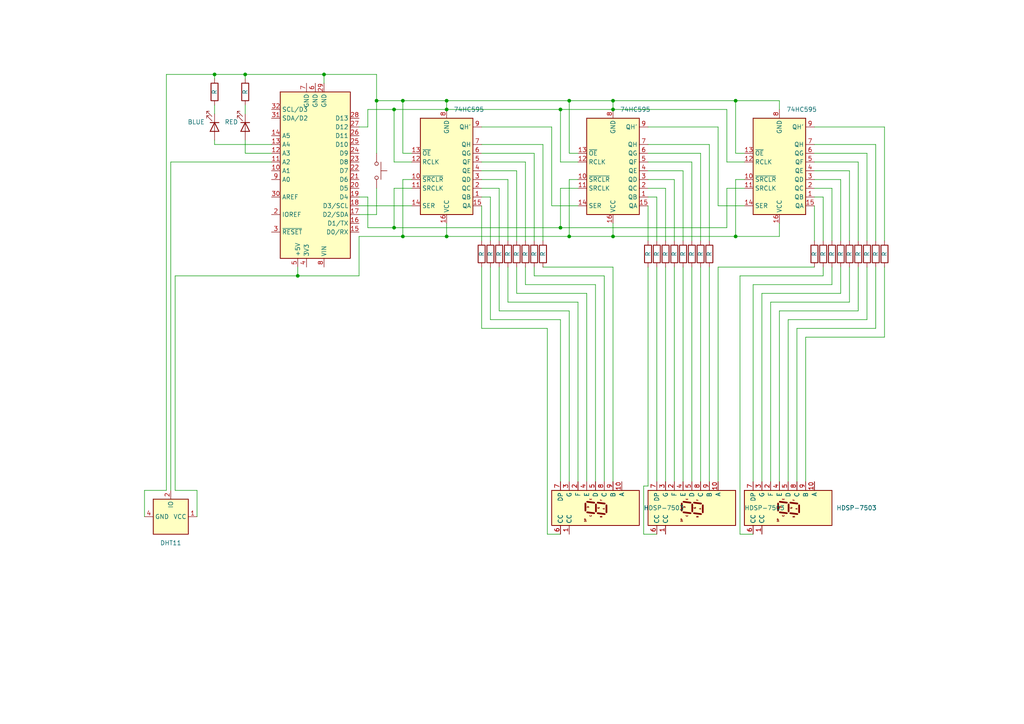
<source format=kicad_sch>
(kicad_sch (version 20211123) (generator eeschema)

  (uuid 63a96ce6-a430-4774-82e1-de571f6507ec)

  (paper "A4")

  (lib_symbols
    (symbol "74xx:74HC595" (in_bom yes) (on_board yes)
      (property "Reference" "U" (id 0) (at -7.62 13.97 0)
        (effects (font (size 1.27 1.27)))
      )
      (property "Value" "74HC595" (id 1) (at -7.62 -16.51 0)
        (effects (font (size 1.27 1.27)))
      )
      (property "Footprint" "" (id 2) (at 0 0 0)
        (effects (font (size 1.27 1.27)) hide)
      )
      (property "Datasheet" "http://www.ti.com/lit/ds/symlink/sn74hc595.pdf" (id 3) (at 0 0 0)
        (effects (font (size 1.27 1.27)) hide)
      )
      (property "ki_keywords" "HCMOS SR 3State" (id 4) (at 0 0 0)
        (effects (font (size 1.27 1.27)) hide)
      )
      (property "ki_description" "8-bit serial in/out Shift Register 3-State Outputs" (id 5) (at 0 0 0)
        (effects (font (size 1.27 1.27)) hide)
      )
      (property "ki_fp_filters" "DIP*W7.62mm* SOIC*3.9x9.9mm*P1.27mm* TSSOP*4.4x5mm*P0.65mm* SOIC*5.3x10.2mm*P1.27mm* SOIC*7.5x10.3mm*P1.27mm*" (id 6) (at 0 0 0)
        (effects (font (size 1.27 1.27)) hide)
      )
      (symbol "74HC595_1_0"
        (pin tri_state line (at 10.16 7.62 180) (length 2.54)
          (name "QB" (effects (font (size 1.27 1.27))))
          (number "1" (effects (font (size 1.27 1.27))))
        )
        (pin input line (at -10.16 2.54 0) (length 2.54)
          (name "~{SRCLR}" (effects (font (size 1.27 1.27))))
          (number "10" (effects (font (size 1.27 1.27))))
        )
        (pin input line (at -10.16 5.08 0) (length 2.54)
          (name "SRCLK" (effects (font (size 1.27 1.27))))
          (number "11" (effects (font (size 1.27 1.27))))
        )
        (pin input line (at -10.16 -2.54 0) (length 2.54)
          (name "RCLK" (effects (font (size 1.27 1.27))))
          (number "12" (effects (font (size 1.27 1.27))))
        )
        (pin input line (at -10.16 -5.08 0) (length 2.54)
          (name "~{OE}" (effects (font (size 1.27 1.27))))
          (number "13" (effects (font (size 1.27 1.27))))
        )
        (pin input line (at -10.16 10.16 0) (length 2.54)
          (name "SER" (effects (font (size 1.27 1.27))))
          (number "14" (effects (font (size 1.27 1.27))))
        )
        (pin tri_state line (at 10.16 10.16 180) (length 2.54)
          (name "QA" (effects (font (size 1.27 1.27))))
          (number "15" (effects (font (size 1.27 1.27))))
        )
        (pin power_in line (at 0 15.24 270) (length 2.54)
          (name "VCC" (effects (font (size 1.27 1.27))))
          (number "16" (effects (font (size 1.27 1.27))))
        )
        (pin tri_state line (at 10.16 5.08 180) (length 2.54)
          (name "QC" (effects (font (size 1.27 1.27))))
          (number "2" (effects (font (size 1.27 1.27))))
        )
        (pin tri_state line (at 10.16 2.54 180) (length 2.54)
          (name "QD" (effects (font (size 1.27 1.27))))
          (number "3" (effects (font (size 1.27 1.27))))
        )
        (pin tri_state line (at 10.16 0 180) (length 2.54)
          (name "QE" (effects (font (size 1.27 1.27))))
          (number "4" (effects (font (size 1.27 1.27))))
        )
        (pin tri_state line (at 10.16 -2.54 180) (length 2.54)
          (name "QF" (effects (font (size 1.27 1.27))))
          (number "5" (effects (font (size 1.27 1.27))))
        )
        (pin tri_state line (at 10.16 -5.08 180) (length 2.54)
          (name "QG" (effects (font (size 1.27 1.27))))
          (number "6" (effects (font (size 1.27 1.27))))
        )
        (pin tri_state line (at 10.16 -7.62 180) (length 2.54)
          (name "QH" (effects (font (size 1.27 1.27))))
          (number "7" (effects (font (size 1.27 1.27))))
        )
        (pin power_in line (at 0 -17.78 90) (length 2.54)
          (name "GND" (effects (font (size 1.27 1.27))))
          (number "8" (effects (font (size 1.27 1.27))))
        )
        (pin output line (at 10.16 -12.7 180) (length 2.54)
          (name "QH'" (effects (font (size 1.27 1.27))))
          (number "9" (effects (font (size 1.27 1.27))))
        )
      )
      (symbol "74HC595_1_1"
        (rectangle (start -7.62 12.7) (end 7.62 -15.24)
          (stroke (width 0.254) (type default) (color 0 0 0 0))
          (fill (type background))
        )
      )
    )
    (symbol "Device:LED" (pin_numbers hide) (pin_names (offset 1.016) hide) (in_bom yes) (on_board yes)
      (property "Reference" "D" (id 0) (at 0 2.54 0)
        (effects (font (size 1.27 1.27)))
      )
      (property "Value" "LED" (id 1) (at 0 -2.54 0)
        (effects (font (size 1.27 1.27)))
      )
      (property "Footprint" "" (id 2) (at 0 0 0)
        (effects (font (size 1.27 1.27)) hide)
      )
      (property "Datasheet" "~" (id 3) (at 0 0 0)
        (effects (font (size 1.27 1.27)) hide)
      )
      (property "ki_keywords" "LED diode" (id 4) (at 0 0 0)
        (effects (font (size 1.27 1.27)) hide)
      )
      (property "ki_description" "Light emitting diode" (id 5) (at 0 0 0)
        (effects (font (size 1.27 1.27)) hide)
      )
      (property "ki_fp_filters" "LED* LED_SMD:* LED_THT:*" (id 6) (at 0 0 0)
        (effects (font (size 1.27 1.27)) hide)
      )
      (symbol "LED_0_1"
        (polyline
          (pts
            (xy -1.27 -1.27)
            (xy -1.27 1.27)
          )
          (stroke (width 0.254) (type default) (color 0 0 0 0))
          (fill (type none))
        )
        (polyline
          (pts
            (xy -1.27 0)
            (xy 1.27 0)
          )
          (stroke (width 0) (type default) (color 0 0 0 0))
          (fill (type none))
        )
        (polyline
          (pts
            (xy 1.27 -1.27)
            (xy 1.27 1.27)
            (xy -1.27 0)
            (xy 1.27 -1.27)
          )
          (stroke (width 0.254) (type default) (color 0 0 0 0))
          (fill (type none))
        )
        (polyline
          (pts
            (xy -3.048 -0.762)
            (xy -4.572 -2.286)
            (xy -3.81 -2.286)
            (xy -4.572 -2.286)
            (xy -4.572 -1.524)
          )
          (stroke (width 0) (type default) (color 0 0 0 0))
          (fill (type none))
        )
        (polyline
          (pts
            (xy -1.778 -0.762)
            (xy -3.302 -2.286)
            (xy -2.54 -2.286)
            (xy -3.302 -2.286)
            (xy -3.302 -1.524)
          )
          (stroke (width 0) (type default) (color 0 0 0 0))
          (fill (type none))
        )
      )
      (symbol "LED_1_1"
        (pin passive line (at -3.81 0 0) (length 2.54)
          (name "K" (effects (font (size 1.27 1.27))))
          (number "1" (effects (font (size 1.27 1.27))))
        )
        (pin passive line (at 3.81 0 180) (length 2.54)
          (name "A" (effects (font (size 1.27 1.27))))
          (number "2" (effects (font (size 1.27 1.27))))
        )
      )
    )
    (symbol "Device:R" (pin_numbers hide) (pin_names (offset 0)) (in_bom yes) (on_board yes)
      (property "Reference" "R" (id 0) (at 2.032 0 90)
        (effects (font (size 1.27 1.27)))
      )
      (property "Value" "R" (id 1) (at 0 0 90)
        (effects (font (size 1.27 1.27)))
      )
      (property "Footprint" "" (id 2) (at -1.778 0 90)
        (effects (font (size 1.27 1.27)) hide)
      )
      (property "Datasheet" "~" (id 3) (at 0 0 0)
        (effects (font (size 1.27 1.27)) hide)
      )
      (property "ki_keywords" "R res resistor" (id 4) (at 0 0 0)
        (effects (font (size 1.27 1.27)) hide)
      )
      (property "ki_description" "Resistor" (id 5) (at 0 0 0)
        (effects (font (size 1.27 1.27)) hide)
      )
      (property "ki_fp_filters" "R_*" (id 6) (at 0 0 0)
        (effects (font (size 1.27 1.27)) hide)
      )
      (symbol "R_0_1"
        (rectangle (start -1.016 -2.54) (end 1.016 2.54)
          (stroke (width 0.254) (type default) (color 0 0 0 0))
          (fill (type none))
        )
      )
      (symbol "R_1_1"
        (pin passive line (at 0 3.81 270) (length 1.27)
          (name "~" (effects (font (size 1.27 1.27))))
          (number "1" (effects (font (size 1.27 1.27))))
        )
        (pin passive line (at 0 -3.81 90) (length 1.27)
          (name "~" (effects (font (size 1.27 1.27))))
          (number "2" (effects (font (size 1.27 1.27))))
        )
      )
    )
    (symbol "Display_Character:HDSP-7503" (in_bom yes) (on_board yes)
      (property "Reference" "U" (id 0) (at -3.81 13.97 0)
        (effects (font (size 1.27 1.27)))
      )
      (property "Value" "HDSP-7503" (id 1) (at 6.35 13.97 0)
        (effects (font (size 1.27 1.27)))
      )
      (property "Footprint" "Display_7Segment:HDSP-A151" (id 2) (at 0 -13.97 0)
        (effects (font (size 1.27 1.27)) hide)
      )
      (property "Datasheet" "https://docs.broadcom.com/docs/AV02-2553EN" (id 3) (at -10.16 13.97 0)
        (effects (font (size 1.27 1.27)) hide)
      )
      (property "ki_keywords" "display LED 7-segment" (id 4) (at 0 0 0)
        (effects (font (size 1.27 1.27)) hide)
      )
      (property "ki_description" "One digit 7 segment high efficiency red, common cathode" (id 5) (at 0 0 0)
        (effects (font (size 1.27 1.27)) hide)
      )
      (property "ki_fp_filters" "HDSP?A151*" (id 6) (at 0 0 0)
        (effects (font (size 1.27 1.27)) hide)
      )
      (symbol "HDSP-7503_1_0"
        (text "A" (at 0.254 2.413 0)
          (effects (font (size 0.508 0.508)))
        )
        (text "B" (at 2.54 1.651 0)
          (effects (font (size 0.508 0.508)))
        )
        (text "C" (at 2.286 -1.397 0)
          (effects (font (size 0.508 0.508)))
        )
        (text "D" (at -0.254 -2.159 0)
          (effects (font (size 0.508 0.508)))
        )
        (text "DP" (at 3.556 -2.921 0)
          (effects (font (size 0.508 0.508)))
        )
        (text "E" (at -2.54 -1.397 0)
          (effects (font (size 0.508 0.508)))
        )
        (text "F" (at -2.286 1.651 0)
          (effects (font (size 0.508 0.508)))
        )
        (text "G" (at 0 0.889 0)
          (effects (font (size 0.508 0.508)))
        )
      )
      (symbol "HDSP-7503_1_1"
        (rectangle (start -5.08 12.7) (end 5.08 -12.7)
          (stroke (width 0.254) (type default) (color 0 0 0 0))
          (fill (type background))
        )
        (polyline
          (pts
            (xy -1.524 -0.381)
            (xy -1.778 -2.413)
          )
          (stroke (width 0.508) (type default) (color 0 0 0 0))
          (fill (type none))
        )
        (polyline
          (pts
            (xy -1.27 -2.921)
            (xy 0.762 -2.921)
          )
          (stroke (width 0.508) (type default) (color 0 0 0 0))
          (fill (type none))
        )
        (polyline
          (pts
            (xy -1.27 2.667)
            (xy -1.524 0.635)
          )
          (stroke (width 0.508) (type default) (color 0 0 0 0))
          (fill (type none))
        )
        (polyline
          (pts
            (xy -1.016 0.127)
            (xy 1.016 0.127)
          )
          (stroke (width 0.508) (type default) (color 0 0 0 0))
          (fill (type none))
        )
        (polyline
          (pts
            (xy -0.762 3.175)
            (xy 1.27 3.175)
          )
          (stroke (width 0.508) (type default) (color 0 0 0 0))
          (fill (type none))
        )
        (polyline
          (pts
            (xy 1.524 -0.381)
            (xy 1.27 -2.413)
          )
          (stroke (width 0.508) (type default) (color 0 0 0 0))
          (fill (type none))
        )
        (polyline
          (pts
            (xy 1.778 2.667)
            (xy 1.524 0.635)
          )
          (stroke (width 0.508) (type default) (color 0 0 0 0))
          (fill (type none))
        )
        (polyline
          (pts
            (xy 2.54 -2.921)
            (xy 2.54 -2.921)
          )
          (stroke (width 0.508) (type default) (color 0 0 0 0))
          (fill (type none))
        )
        (pin input line (at 7.62 -7.62 180) (length 2.54)
          (name "CC" (effects (font (size 1.27 1.27))))
          (number "1" (effects (font (size 1.27 1.27))))
        )
        (pin input line (at -7.62 7.62 0) (length 2.54)
          (name "A" (effects (font (size 1.27 1.27))))
          (number "10" (effects (font (size 1.27 1.27))))
        )
        (pin input line (at -7.62 -5.08 0) (length 2.54)
          (name "F" (effects (font (size 1.27 1.27))))
          (number "2" (effects (font (size 1.27 1.27))))
        )
        (pin input line (at -7.62 -7.62 0) (length 2.54)
          (name "G" (effects (font (size 1.27 1.27))))
          (number "3" (effects (font (size 1.27 1.27))))
        )
        (pin input line (at -7.62 -2.54 0) (length 2.54)
          (name "E" (effects (font (size 1.27 1.27))))
          (number "4" (effects (font (size 1.27 1.27))))
        )
        (pin input line (at -7.62 0 0) (length 2.54)
          (name "D" (effects (font (size 1.27 1.27))))
          (number "5" (effects (font (size 1.27 1.27))))
        )
        (pin input line (at 7.62 -10.16 180) (length 2.54)
          (name "CC" (effects (font (size 1.27 1.27))))
          (number "6" (effects (font (size 1.27 1.27))))
        )
        (pin input line (at -7.62 -10.16 0) (length 2.54)
          (name "DP" (effects (font (size 1.27 1.27))))
          (number "7" (effects (font (size 1.27 1.27))))
        )
        (pin input line (at -7.62 2.54 0) (length 2.54)
          (name "C" (effects (font (size 1.27 1.27))))
          (number "8" (effects (font (size 1.27 1.27))))
        )
        (pin input line (at -7.62 5.08 0) (length 2.54)
          (name "B" (effects (font (size 1.27 1.27))))
          (number "9" (effects (font (size 1.27 1.27))))
        )
      )
    )
    (symbol "MCU_Module:Arduino_Leonardo" (in_bom yes) (on_board yes)
      (property "Reference" "A" (id 0) (at -10.16 23.495 0)
        (effects (font (size 1.27 1.27)) (justify left bottom))
      )
      (property "Value" "Arduino_Leonardo" (id 1) (at 5.08 -26.67 0)
        (effects (font (size 1.27 1.27)) (justify left top))
      )
      (property "Footprint" "Module:Arduino_UNO_R3" (id 2) (at 0 0 0)
        (effects (font (size 1.27 1.27) italic) hide)
      )
      (property "Datasheet" "https://www.arduino.cc/en/Main/ArduinoBoardLeonardo" (id 3) (at 0 0 0)
        (effects (font (size 1.27 1.27)) hide)
      )
      (property "ki_keywords" "Arduino LEONARDO Microcontroller Module Atmel AVR USB" (id 4) (at 0 0 0)
        (effects (font (size 1.27 1.27)) hide)
      )
      (property "ki_description" "Arduino LEONARDO Microcontroller Module" (id 5) (at 0 0 0)
        (effects (font (size 1.27 1.27)) hide)
      )
      (property "ki_fp_filters" "Arduino*UNO*R3*" (id 6) (at 0 0 0)
        (effects (font (size 1.27 1.27)) hide)
      )
      (symbol "Arduino_Leonardo_0_1"
        (rectangle (start -10.16 22.86) (end 10.16 -25.4)
          (stroke (width 0.254) (type default) (color 0 0 0 0))
          (fill (type background))
        )
      )
      (symbol "Arduino_Leonardo_1_1"
        (pin no_connect line (at -10.16 -20.32 0) (length 2.54) hide
          (name "NC" (effects (font (size 1.27 1.27))))
          (number "1" (effects (font (size 1.27 1.27))))
        )
        (pin bidirectional line (at 12.7 -2.54 180) (length 2.54)
          (name "A1" (effects (font (size 1.27 1.27))))
          (number "10" (effects (font (size 1.27 1.27))))
        )
        (pin bidirectional line (at 12.7 -5.08 180) (length 2.54)
          (name "A2" (effects (font (size 1.27 1.27))))
          (number "11" (effects (font (size 1.27 1.27))))
        )
        (pin bidirectional line (at 12.7 -7.62 180) (length 2.54)
          (name "A3" (effects (font (size 1.27 1.27))))
          (number "12" (effects (font (size 1.27 1.27))))
        )
        (pin bidirectional line (at 12.7 -10.16 180) (length 2.54)
          (name "A4" (effects (font (size 1.27 1.27))))
          (number "13" (effects (font (size 1.27 1.27))))
        )
        (pin bidirectional line (at 12.7 -12.7 180) (length 2.54)
          (name "A5" (effects (font (size 1.27 1.27))))
          (number "14" (effects (font (size 1.27 1.27))))
        )
        (pin bidirectional line (at -12.7 15.24 0) (length 2.54)
          (name "D0/RX" (effects (font (size 1.27 1.27))))
          (number "15" (effects (font (size 1.27 1.27))))
        )
        (pin bidirectional line (at -12.7 12.7 0) (length 2.54)
          (name "D1/TX" (effects (font (size 1.27 1.27))))
          (number "16" (effects (font (size 1.27 1.27))))
        )
        (pin bidirectional line (at -12.7 10.16 0) (length 2.54)
          (name "D2/SDA" (effects (font (size 1.27 1.27))))
          (number "17" (effects (font (size 1.27 1.27))))
        )
        (pin bidirectional line (at -12.7 7.62 0) (length 2.54)
          (name "D3/SCL" (effects (font (size 1.27 1.27))))
          (number "18" (effects (font (size 1.27 1.27))))
        )
        (pin bidirectional line (at -12.7 5.08 0) (length 2.54)
          (name "D4" (effects (font (size 1.27 1.27))))
          (number "19" (effects (font (size 1.27 1.27))))
        )
        (pin output line (at 12.7 10.16 180) (length 2.54)
          (name "IOREF" (effects (font (size 1.27 1.27))))
          (number "2" (effects (font (size 1.27 1.27))))
        )
        (pin bidirectional line (at -12.7 2.54 0) (length 2.54)
          (name "D5" (effects (font (size 1.27 1.27))))
          (number "20" (effects (font (size 1.27 1.27))))
        )
        (pin bidirectional line (at -12.7 0 0) (length 2.54)
          (name "D6" (effects (font (size 1.27 1.27))))
          (number "21" (effects (font (size 1.27 1.27))))
        )
        (pin bidirectional line (at -12.7 -2.54 0) (length 2.54)
          (name "D7" (effects (font (size 1.27 1.27))))
          (number "22" (effects (font (size 1.27 1.27))))
        )
        (pin bidirectional line (at -12.7 -5.08 0) (length 2.54)
          (name "D8" (effects (font (size 1.27 1.27))))
          (number "23" (effects (font (size 1.27 1.27))))
        )
        (pin bidirectional line (at -12.7 -7.62 0) (length 2.54)
          (name "D9" (effects (font (size 1.27 1.27))))
          (number "24" (effects (font (size 1.27 1.27))))
        )
        (pin bidirectional line (at -12.7 -10.16 0) (length 2.54)
          (name "D10" (effects (font (size 1.27 1.27))))
          (number "25" (effects (font (size 1.27 1.27))))
        )
        (pin bidirectional line (at -12.7 -12.7 0) (length 2.54)
          (name "D11" (effects (font (size 1.27 1.27))))
          (number "26" (effects (font (size 1.27 1.27))))
        )
        (pin bidirectional line (at -12.7 -15.24 0) (length 2.54)
          (name "D12" (effects (font (size 1.27 1.27))))
          (number "27" (effects (font (size 1.27 1.27))))
        )
        (pin bidirectional line (at -12.7 -17.78 0) (length 2.54)
          (name "D13" (effects (font (size 1.27 1.27))))
          (number "28" (effects (font (size 1.27 1.27))))
        )
        (pin power_in line (at -2.54 -27.94 90) (length 2.54)
          (name "GND" (effects (font (size 1.27 1.27))))
          (number "29" (effects (font (size 1.27 1.27))))
        )
        (pin input line (at 12.7 15.24 180) (length 2.54)
          (name "~{RESET}" (effects (font (size 1.27 1.27))))
          (number "3" (effects (font (size 1.27 1.27))))
        )
        (pin input line (at 12.7 5.08 180) (length 2.54)
          (name "AREF" (effects (font (size 1.27 1.27))))
          (number "30" (effects (font (size 1.27 1.27))))
        )
        (pin bidirectional line (at 12.7 -17.78 180) (length 2.54)
          (name "SDA/D2" (effects (font (size 1.27 1.27))))
          (number "31" (effects (font (size 1.27 1.27))))
        )
        (pin bidirectional line (at 12.7 -20.32 180) (length 2.54)
          (name "SCL/D3" (effects (font (size 1.27 1.27))))
          (number "32" (effects (font (size 1.27 1.27))))
        )
        (pin power_out line (at 2.54 25.4 270) (length 2.54)
          (name "3V3" (effects (font (size 1.27 1.27))))
          (number "4" (effects (font (size 1.27 1.27))))
        )
        (pin power_out line (at 5.08 25.4 270) (length 2.54)
          (name "+5V" (effects (font (size 1.27 1.27))))
          (number "5" (effects (font (size 1.27 1.27))))
        )
        (pin power_in line (at 0 -27.94 90) (length 2.54)
          (name "GND" (effects (font (size 1.27 1.27))))
          (number "6" (effects (font (size 1.27 1.27))))
        )
        (pin power_in line (at 2.54 -27.94 90) (length 2.54)
          (name "GND" (effects (font (size 1.27 1.27))))
          (number "7" (effects (font (size 1.27 1.27))))
        )
        (pin power_in line (at -2.54 25.4 270) (length 2.54)
          (name "VIN" (effects (font (size 1.27 1.27))))
          (number "8" (effects (font (size 1.27 1.27))))
        )
        (pin bidirectional line (at 12.7 0 180) (length 2.54)
          (name "A0" (effects (font (size 1.27 1.27))))
          (number "9" (effects (font (size 1.27 1.27))))
        )
      )
    )
    (symbol "Sensor:DHT11" (in_bom yes) (on_board yes)
      (property "Reference" "U" (id 0) (at -3.81 6.35 0)
        (effects (font (size 1.27 1.27)))
      )
      (property "Value" "DHT11" (id 1) (at 3.81 6.35 0)
        (effects (font (size 1.27 1.27)))
      )
      (property "Footprint" "Sensor:Aosong_DHT11_5.5x12.0_P2.54mm" (id 2) (at 0 -10.16 0)
        (effects (font (size 1.27 1.27)) hide)
      )
      (property "Datasheet" "http://akizukidenshi.com/download/ds/aosong/DHT11.pdf" (id 3) (at 3.81 6.35 0)
        (effects (font (size 1.27 1.27)) hide)
      )
      (property "ki_keywords" "Digital temperature humidity sensor" (id 4) (at 0 0 0)
        (effects (font (size 1.27 1.27)) hide)
      )
      (property "ki_description" "Temperature and humidity module" (id 5) (at 0 0 0)
        (effects (font (size 1.27 1.27)) hide)
      )
      (property "ki_fp_filters" "Aosong*DHT11*5.5x12.0*P2.54mm*" (id 6) (at 0 0 0)
        (effects (font (size 1.27 1.27)) hide)
      )
      (symbol "DHT11_0_1"
        (rectangle (start -5.08 5.08) (end 5.08 -5.08)
          (stroke (width 0.254) (type default) (color 0 0 0 0))
          (fill (type background))
        )
      )
      (symbol "DHT11_1_1"
        (pin power_in line (at 0 7.62 270) (length 2.54)
          (name "VCC" (effects (font (size 1.27 1.27))))
          (number "1" (effects (font (size 1.27 1.27))))
        )
        (pin bidirectional line (at 7.62 0 180) (length 2.54)
          (name "IO" (effects (font (size 1.27 1.27))))
          (number "2" (effects (font (size 1.27 1.27))))
        )
        (pin no_connect line (at -5.08 0 0) (length 2.54) hide
          (name "NC" (effects (font (size 1.27 1.27))))
          (number "3" (effects (font (size 1.27 1.27))))
        )
        (pin power_in line (at 0 -7.62 90) (length 2.54)
          (name "GND" (effects (font (size 1.27 1.27))))
          (number "4" (effects (font (size 1.27 1.27))))
        )
      )
    )
    (symbol "Switch:SW_Push" (pin_numbers hide) (pin_names (offset 1.016) hide) (in_bom yes) (on_board yes)
      (property "Reference" "SW" (id 0) (at 1.27 2.54 0)
        (effects (font (size 1.27 1.27)) (justify left))
      )
      (property "Value" "SW_Push" (id 1) (at 0 -1.524 0)
        (effects (font (size 1.27 1.27)))
      )
      (property "Footprint" "" (id 2) (at 0 5.08 0)
        (effects (font (size 1.27 1.27)) hide)
      )
      (property "Datasheet" "~" (id 3) (at 0 5.08 0)
        (effects (font (size 1.27 1.27)) hide)
      )
      (property "ki_keywords" "switch normally-open pushbutton push-button" (id 4) (at 0 0 0)
        (effects (font (size 1.27 1.27)) hide)
      )
      (property "ki_description" "Push button switch, generic, two pins" (id 5) (at 0 0 0)
        (effects (font (size 1.27 1.27)) hide)
      )
      (symbol "SW_Push_0_1"
        (circle (center -2.032 0) (radius 0.508)
          (stroke (width 0) (type default) (color 0 0 0 0))
          (fill (type none))
        )
        (polyline
          (pts
            (xy 0 1.27)
            (xy 0 3.048)
          )
          (stroke (width 0) (type default) (color 0 0 0 0))
          (fill (type none))
        )
        (polyline
          (pts
            (xy 2.54 1.27)
            (xy -2.54 1.27)
          )
          (stroke (width 0) (type default) (color 0 0 0 0))
          (fill (type none))
        )
        (circle (center 2.032 0) (radius 0.508)
          (stroke (width 0) (type default) (color 0 0 0 0))
          (fill (type none))
        )
        (pin passive line (at -5.08 0 0) (length 2.54)
          (name "1" (effects (font (size 1.27 1.27))))
          (number "1" (effects (font (size 1.27 1.27))))
        )
        (pin passive line (at 5.08 0 180) (length 2.54)
          (name "2" (effects (font (size 1.27 1.27))))
          (number "2" (effects (font (size 1.27 1.27))))
        )
      )
    )
  )

  (junction (at 129.54 31.75) (diameter 0) (color 0 0 0 0)
    (uuid 060113b7-492a-420a-9da4-b4df52c5a793)
  )
  (junction (at 116.84 29.21) (diameter 0) (color 0 0 0 0)
    (uuid 159dca38-1c45-4401-8983-639dd6edbd59)
  )
  (junction (at 129.54 68.58) (diameter 0) (color 0 0 0 0)
    (uuid 1d2ce108-b317-46b5-893a-6d6ae8719786)
  )
  (junction (at 116.84 68.58) (diameter 0) (color 0 0 0 0)
    (uuid 289ef1c2-0feb-4ea3-8f61-6905adb031c7)
  )
  (junction (at 71.12 21.59) (diameter 0) (color 0 0 0 0)
    (uuid 35971c52-e073-466c-91ea-8291306eb889)
  )
  (junction (at 109.22 29.21) (diameter 0) (color 0 0 0 0)
    (uuid 39b822e9-e03e-428f-b8e7-ca361bc9d3a5)
  )
  (junction (at 177.8 68.58) (diameter 0) (color 0 0 0 0)
    (uuid 551c3121-029f-4253-a971-7234e762f183)
  )
  (junction (at 213.36 68.58) (diameter 0) (color 0 0 0 0)
    (uuid 5cba4202-96f0-405c-adec-e790195ebbc5)
  )
  (junction (at 162.56 31.75) (diameter 0) (color 0 0 0 0)
    (uuid 6ba2efcf-597d-4087-ad04-2ac94769c317)
  )
  (junction (at 177.8 31.75) (diameter 0) (color 0 0 0 0)
    (uuid 77aa0559-5c19-42ac-a087-412d90e33779)
  )
  (junction (at 114.3 31.75) (diameter 0) (color 0 0 0 0)
    (uuid 7f00880d-cb43-41a2-ae1f-4e276c279712)
  )
  (junction (at 114.3 66.04) (diameter 0) (color 0 0 0 0)
    (uuid a829bbda-1069-4db1-93f8-93e34f761285)
  )
  (junction (at 86.36 80.01) (diameter 0) (color 0 0 0 0)
    (uuid abf4fca6-f477-4809-b401-a0e52a6e9cd2)
  )
  (junction (at 93.98 21.59) (diameter 0) (color 0 0 0 0)
    (uuid b3b24a60-d3dd-4107-a0c4-e8d820fbd612)
  )
  (junction (at 177.8 29.21) (diameter 0) (color 0 0 0 0)
    (uuid b88e448a-e6d3-4ec1-8939-f70637cede4f)
  )
  (junction (at 62.23 21.59) (diameter 0) (color 0 0 0 0)
    (uuid c5730d95-1719-427b-a6cd-3897be89b65b)
  )
  (junction (at 129.54 29.21) (diameter 0) (color 0 0 0 0)
    (uuid cf40122e-9076-4722-8553-c9473684bca6)
  )
  (junction (at 213.36 29.21) (diameter 0) (color 0 0 0 0)
    (uuid d4f3001b-a272-4028-91d3-7e75ed67ed86)
  )
  (junction (at 165.1 68.58) (diameter 0) (color 0 0 0 0)
    (uuid d8b79510-09d3-4190-95cd-d225ae78a225)
  )
  (junction (at 165.1 29.21) (diameter 0) (color 0 0 0 0)
    (uuid e1d68698-a34a-43fb-8bed-02f0e9462ec4)
  )
  (junction (at 162.56 66.04) (diameter 0) (color 0 0 0 0)
    (uuid e8671635-79e1-483e-bb85-9ae696e72041)
  )

  (wire (pts (xy 142.24 92.71) (xy 162.56 92.71))
    (stroke (width 0) (type default) (color 0 0 0 0))
    (uuid 01d2c030-18c3-4ef8-af91-0175c51c4103)
  )
  (wire (pts (xy 208.28 77.47) (xy 236.22 77.47))
    (stroke (width 0) (type default) (color 0 0 0 0))
    (uuid 022acf81-7b25-4541-bcaa-2941d047e86f)
  )
  (wire (pts (xy 78.74 41.91) (xy 62.23 41.91))
    (stroke (width 0) (type default) (color 0 0 0 0))
    (uuid 03473665-29c2-42a8-99ac-0c14b07f478e)
  )
  (wire (pts (xy 119.38 52.07) (xy 116.84 52.07))
    (stroke (width 0) (type default) (color 0 0 0 0))
    (uuid 038f0836-ab4b-4862-959a-627284084868)
  )
  (wire (pts (xy 162.56 54.61) (xy 167.64 54.61))
    (stroke (width 0) (type default) (color 0 0 0 0))
    (uuid 03a49737-ca0e-4143-8611-fae348c35283)
  )
  (wire (pts (xy 238.76 77.47) (xy 238.76 80.01))
    (stroke (width 0) (type default) (color 0 0 0 0))
    (uuid 04160983-8373-4555-98f1-1da6764b25d7)
  )
  (wire (pts (xy 104.14 68.58) (xy 116.84 68.58))
    (stroke (width 0) (type default) (color 0 0 0 0))
    (uuid 04ca1025-43a2-46b5-9800-bea4d04228c7)
  )
  (wire (pts (xy 256.54 77.47) (xy 256.54 97.79))
    (stroke (width 0) (type default) (color 0 0 0 0))
    (uuid 0584a2e9-bfec-4efc-831f-9bdf69d87171)
  )
  (wire (pts (xy 187.96 140.97) (xy 186.69 140.97))
    (stroke (width 0) (type default) (color 0 0 0 0))
    (uuid 072aac41-fbae-4949-bd7d-7715a9605bef)
  )
  (wire (pts (xy 152.4 46.99) (xy 152.4 69.85))
    (stroke (width 0) (type default) (color 0 0 0 0))
    (uuid 07e3029f-8e3a-4a90-b483-a8d454ad86ca)
  )
  (wire (pts (xy 236.22 57.15) (xy 238.76 57.15))
    (stroke (width 0) (type default) (color 0 0 0 0))
    (uuid 07fa5d4c-f410-4f50-8c78-20c729d910cd)
  )
  (wire (pts (xy 114.3 66.04) (xy 162.56 66.04))
    (stroke (width 0) (type default) (color 0 0 0 0))
    (uuid 087a1ab5-94fd-4882-9ae9-95078ab566da)
  )
  (wire (pts (xy 160.02 36.83) (xy 160.02 59.69))
    (stroke (width 0) (type default) (color 0 0 0 0))
    (uuid 08a4f1dc-83a9-48da-8b02-77eb1a904754)
  )
  (wire (pts (xy 187.96 54.61) (xy 193.04 54.61))
    (stroke (width 0) (type default) (color 0 0 0 0))
    (uuid 0aef1a06-b0ad-498b-8eca-0847e2dadec8)
  )
  (wire (pts (xy 186.69 140.97) (xy 186.69 154.94))
    (stroke (width 0) (type default) (color 0 0 0 0))
    (uuid 0da1e444-9f2c-4a4a-a4e1-3f470fdcdbea)
  )
  (wire (pts (xy 187.96 46.99) (xy 200.66 46.99))
    (stroke (width 0) (type default) (color 0 0 0 0))
    (uuid 0e08f138-5f6b-40b1-9394-bf6de122c099)
  )
  (wire (pts (xy 139.7 46.99) (xy 152.4 46.99))
    (stroke (width 0) (type default) (color 0 0 0 0))
    (uuid 0f12c0f6-bf8c-433c-af67-5474b02aa908)
  )
  (wire (pts (xy 167.64 87.63) (xy 167.64 139.7))
    (stroke (width 0) (type default) (color 0 0 0 0))
    (uuid 10816d6c-85f8-46ef-b620-da75b0ce5582)
  )
  (wire (pts (xy 116.84 29.21) (xy 116.84 44.45))
    (stroke (width 0) (type default) (color 0 0 0 0))
    (uuid 11c8b4b0-a1d5-42b2-ac96-d66e3c4c21df)
  )
  (wire (pts (xy 193.04 77.47) (xy 193.04 139.7))
    (stroke (width 0) (type default) (color 0 0 0 0))
    (uuid 11fa3cce-740f-4ddb-8088-a1d172c1f371)
  )
  (wire (pts (xy 119.38 44.45) (xy 116.84 44.45))
    (stroke (width 0) (type default) (color 0 0 0 0))
    (uuid 161603f0-df86-46df-958d-d1d3871da4d7)
  )
  (wire (pts (xy 198.12 77.47) (xy 198.12 139.7))
    (stroke (width 0) (type default) (color 0 0 0 0))
    (uuid 16288e41-618c-4a17-84cb-f91ba795d4d0)
  )
  (wire (pts (xy 71.12 30.48) (xy 71.12 33.02))
    (stroke (width 0) (type default) (color 0 0 0 0))
    (uuid 16341bd2-e1f4-49b8-ba45-83981915c47f)
  )
  (wire (pts (xy 205.74 41.91) (xy 205.74 69.85))
    (stroke (width 0) (type default) (color 0 0 0 0))
    (uuid 17be5327-0096-4763-ba22-1806b51a5c02)
  )
  (wire (pts (xy 149.86 77.47) (xy 149.86 85.09))
    (stroke (width 0) (type default) (color 0 0 0 0))
    (uuid 18f5e92c-84fc-4711-a1cf-446e79ea0a92)
  )
  (wire (pts (xy 205.74 77.47) (xy 205.74 139.7))
    (stroke (width 0) (type default) (color 0 0 0 0))
    (uuid 1954abd6-3b3b-4249-bb1d-bf19fd76833b)
  )
  (wire (pts (xy 104.14 57.15) (xy 106.68 57.15))
    (stroke (width 0) (type default) (color 0 0 0 0))
    (uuid 197103ab-b1a2-4f4d-a13a-0856a1416f22)
  )
  (wire (pts (xy 109.22 44.45) (xy 109.22 29.21))
    (stroke (width 0) (type default) (color 0 0 0 0))
    (uuid 1b9a466f-d524-43ce-b72a-e5a7bee3414a)
  )
  (wire (pts (xy 109.22 29.21) (xy 116.84 29.21))
    (stroke (width 0) (type default) (color 0 0 0 0))
    (uuid 1bce7246-2c22-49ad-b711-51dbb3cdac4f)
  )
  (wire (pts (xy 139.7 49.53) (xy 149.86 49.53))
    (stroke (width 0) (type default) (color 0 0 0 0))
    (uuid 1c167001-3f26-4dc1-b880-b5d90344e582)
  )
  (wire (pts (xy 208.28 77.47) (xy 208.28 139.7))
    (stroke (width 0) (type default) (color 0 0 0 0))
    (uuid 1d5afcee-29c6-45d3-bf60-1dc8bd51256c)
  )
  (wire (pts (xy 200.66 46.99) (xy 200.66 69.85))
    (stroke (width 0) (type default) (color 0 0 0 0))
    (uuid 201a160c-ed56-4909-9330-9ffc5536f9ce)
  )
  (wire (pts (xy 187.96 59.69) (xy 187.96 69.85))
    (stroke (width 0) (type default) (color 0 0 0 0))
    (uuid 208db011-5e45-4899-ba97-8ed2bd69d013)
  )
  (wire (pts (xy 251.46 92.71) (xy 228.6 92.71))
    (stroke (width 0) (type default) (color 0 0 0 0))
    (uuid 24f79117-31e2-4026-999c-fc267de90285)
  )
  (wire (pts (xy 243.84 52.07) (xy 243.84 69.85))
    (stroke (width 0) (type default) (color 0 0 0 0))
    (uuid 25c34be3-03e6-43b2-99bf-d994a2cf870e)
  )
  (wire (pts (xy 162.56 92.71) (xy 162.56 139.7))
    (stroke (width 0) (type default) (color 0 0 0 0))
    (uuid 292671cf-449c-4bd3-8d06-c93dbda0817b)
  )
  (wire (pts (xy 165.1 29.21) (xy 129.54 29.21))
    (stroke (width 0) (type default) (color 0 0 0 0))
    (uuid 2a93b4f2-2c83-4bf2-861f-e42140bd98c2)
  )
  (wire (pts (xy 157.48 77.47) (xy 177.8 77.47))
    (stroke (width 0) (type default) (color 0 0 0 0))
    (uuid 2c8a548b-0f20-4ff8-a4fa-402b7cf63ae9)
  )
  (wire (pts (xy 251.46 77.47) (xy 251.46 92.71))
    (stroke (width 0) (type default) (color 0 0 0 0))
    (uuid 2cb4183c-5545-411a-80b5-9394e178424e)
  )
  (wire (pts (xy 78.74 44.45) (xy 71.12 44.45))
    (stroke (width 0) (type default) (color 0 0 0 0))
    (uuid 2d5c297e-821a-4254-b4be-6cd0e94ecffe)
  )
  (wire (pts (xy 167.64 44.45) (xy 165.1 44.45))
    (stroke (width 0) (type default) (color 0 0 0 0))
    (uuid 2d997687-7b31-49e0-8dfb-d6357f385de2)
  )
  (wire (pts (xy 109.22 29.21) (xy 109.22 21.59))
    (stroke (width 0) (type default) (color 0 0 0 0))
    (uuid 2f8652fb-46a4-4163-b5d8-d568813a6f7d)
  )
  (wire (pts (xy 203.2 44.45) (xy 203.2 69.85))
    (stroke (width 0) (type default) (color 0 0 0 0))
    (uuid 307ead6b-72cd-4625-86df-b6d11a7ce6e5)
  )
  (wire (pts (xy 162.56 31.75) (xy 162.56 46.99))
    (stroke (width 0) (type default) (color 0 0 0 0))
    (uuid 30a74d47-7c90-4526-b6ff-bd0aa2fdd7fa)
  )
  (wire (pts (xy 162.56 31.75) (xy 177.8 31.75))
    (stroke (width 0) (type default) (color 0 0 0 0))
    (uuid 31b5e987-4d13-409f-9f26-80f7efebc902)
  )
  (wire (pts (xy 200.66 77.47) (xy 200.66 139.7))
    (stroke (width 0) (type default) (color 0 0 0 0))
    (uuid 3207e412-0914-4651-aa76-de037f8162fc)
  )
  (wire (pts (xy 154.94 44.45) (xy 154.94 69.85))
    (stroke (width 0) (type default) (color 0 0 0 0))
    (uuid 326ae71a-9059-4ae5-bf33-a94e135367d7)
  )
  (wire (pts (xy 218.44 82.55) (xy 241.3 82.55))
    (stroke (width 0) (type default) (color 0 0 0 0))
    (uuid 35adf26b-cad2-48f0-a1fb-081e7d91770b)
  )
  (wire (pts (xy 129.54 31.75) (xy 129.54 29.21))
    (stroke (width 0) (type default) (color 0 0 0 0))
    (uuid 396a64b5-3e7a-475f-9d1e-e2ba42a8688f)
  )
  (wire (pts (xy 226.06 64.77) (xy 226.06 68.58))
    (stroke (width 0) (type default) (color 0 0 0 0))
    (uuid 3a093660-086f-471f-8e11-23db87fd8cad)
  )
  (wire (pts (xy 62.23 41.91) (xy 62.23 40.64))
    (stroke (width 0) (type default) (color 0 0 0 0))
    (uuid 3b0ff430-2131-493f-ae7f-7d502c2f230f)
  )
  (wire (pts (xy 50.8 80.01) (xy 86.36 80.01))
    (stroke (width 0) (type default) (color 0 0 0 0))
    (uuid 3b537429-8b23-4a82-becb-b7011b8bbe53)
  )
  (wire (pts (xy 215.9 46.99) (xy 210.82 46.99))
    (stroke (width 0) (type default) (color 0 0 0 0))
    (uuid 3b7797bf-0d3b-4a62-8d50-6ec630865072)
  )
  (wire (pts (xy 139.7 36.83) (xy 160.02 36.83))
    (stroke (width 0) (type default) (color 0 0 0 0))
    (uuid 3c2c793d-0761-4f2e-aeef-820c4f4d6a52)
  )
  (wire (pts (xy 248.92 90.17) (xy 226.06 90.17))
    (stroke (width 0) (type default) (color 0 0 0 0))
    (uuid 3c3c8d81-458d-4fb5-a618-d563e34e13e3)
  )
  (wire (pts (xy 62.23 21.59) (xy 71.12 21.59))
    (stroke (width 0) (type default) (color 0 0 0 0))
    (uuid 3f19d727-8b68-4ae0-afb3-e2e61a85a6a9)
  )
  (wire (pts (xy 231.14 95.25) (xy 231.14 139.7))
    (stroke (width 0) (type default) (color 0 0 0 0))
    (uuid 420b4d9a-489b-40aa-83bf-ebcd309b3b55)
  )
  (wire (pts (xy 106.68 31.75) (xy 114.3 31.75))
    (stroke (width 0) (type default) (color 0 0 0 0))
    (uuid 428d9358-c1eb-46af-bfbc-21356edc3d3f)
  )
  (wire (pts (xy 57.15 149.86) (xy 57.15 142.24))
    (stroke (width 0) (type default) (color 0 0 0 0))
    (uuid 42d46133-9578-412c-99b3-a841293edef1)
  )
  (wire (pts (xy 172.72 82.55) (xy 172.72 139.7))
    (stroke (width 0) (type default) (color 0 0 0 0))
    (uuid 42eba3fa-6f22-465c-be51-1cff856fcee1)
  )
  (wire (pts (xy 177.8 77.47) (xy 177.8 139.7))
    (stroke (width 0) (type default) (color 0 0 0 0))
    (uuid 46bc08c7-37c1-464c-8821-e8b44dba12b9)
  )
  (wire (pts (xy 254 77.47) (xy 254 95.25))
    (stroke (width 0) (type default) (color 0 0 0 0))
    (uuid 4754c53a-acd5-4265-b130-9d4b7f25dd70)
  )
  (wire (pts (xy 116.84 29.21) (xy 129.54 29.21))
    (stroke (width 0) (type default) (color 0 0 0 0))
    (uuid 47ed930c-82f6-4eb6-9dcd-c56aeff6bd41)
  )
  (wire (pts (xy 162.56 46.99) (xy 167.64 46.99))
    (stroke (width 0) (type default) (color 0 0 0 0))
    (uuid 4867594a-1975-4d4d-9fe6-76f402cb22c5)
  )
  (wire (pts (xy 160.02 59.69) (xy 167.64 59.69))
    (stroke (width 0) (type default) (color 0 0 0 0))
    (uuid 48cd2d12-dd6d-4983-9c68-be47d53eee08)
  )
  (wire (pts (xy 147.32 52.07) (xy 147.32 69.85))
    (stroke (width 0) (type default) (color 0 0 0 0))
    (uuid 49497501-74e0-4f7f-beda-a0ac67205be1)
  )
  (wire (pts (xy 246.38 87.63) (xy 223.52 87.63))
    (stroke (width 0) (type default) (color 0 0 0 0))
    (uuid 49f4b851-5a25-4dda-8fe1-bb8479ced4cc)
  )
  (wire (pts (xy 236.22 44.45) (xy 251.46 44.45))
    (stroke (width 0) (type default) (color 0 0 0 0))
    (uuid 4aa3d38a-8c4f-4eaf-a81f-90dcf255e8f2)
  )
  (wire (pts (xy 49.53 46.99) (xy 78.74 46.99))
    (stroke (width 0) (type default) (color 0 0 0 0))
    (uuid 4bf5015b-28e8-4ec7-88a2-315ce377f4f4)
  )
  (wire (pts (xy 157.48 41.91) (xy 157.48 69.85))
    (stroke (width 0) (type default) (color 0 0 0 0))
    (uuid 4f900499-ee2c-4198-b9ff-9bcc9714e014)
  )
  (wire (pts (xy 228.6 92.71) (xy 228.6 139.7))
    (stroke (width 0) (type default) (color 0 0 0 0))
    (uuid 4faa0269-84ce-47b1-bd75-476f708149a6)
  )
  (wire (pts (xy 104.14 59.69) (xy 119.38 59.69))
    (stroke (width 0) (type default) (color 0 0 0 0))
    (uuid 5000d393-6fb9-422e-a57b-36423163db10)
  )
  (wire (pts (xy 208.28 36.83) (xy 208.28 59.69))
    (stroke (width 0) (type default) (color 0 0 0 0))
    (uuid 506c2801-141f-4fb8-8a79-6e142845f1b2)
  )
  (wire (pts (xy 114.3 31.75) (xy 114.3 46.99))
    (stroke (width 0) (type default) (color 0 0 0 0))
    (uuid 548c6294-2684-43c4-b2b8-36156eed6e4f)
  )
  (wire (pts (xy 71.12 44.45) (xy 71.12 40.64))
    (stroke (width 0) (type default) (color 0 0 0 0))
    (uuid 5668cfa8-d845-4a85-889f-ad5f4b7743c6)
  )
  (wire (pts (xy 93.98 21.59) (xy 93.98 24.13))
    (stroke (width 0) (type default) (color 0 0 0 0))
    (uuid 5d08de65-f220-4826-882a-8a6ec69ee613)
  )
  (wire (pts (xy 144.78 54.61) (xy 144.78 69.85))
    (stroke (width 0) (type default) (color 0 0 0 0))
    (uuid 5fb45e39-ddd0-437b-95c1-902c7b6a6ef3)
  )
  (wire (pts (xy 41.91 149.86) (xy 41.91 142.24))
    (stroke (width 0) (type default) (color 0 0 0 0))
    (uuid 6074fc4e-8b69-4677-b9f6-6349edd65a2a)
  )
  (wire (pts (xy 139.7 41.91) (xy 157.48 41.91))
    (stroke (width 0) (type default) (color 0 0 0 0))
    (uuid 60796f02-8511-4312-8413-7fee32b729b6)
  )
  (wire (pts (xy 114.3 54.61) (xy 114.3 66.04))
    (stroke (width 0) (type default) (color 0 0 0 0))
    (uuid 60a0e2a2-ad28-4f64-a74a-570e56296e38)
  )
  (wire (pts (xy 187.96 41.91) (xy 205.74 41.91))
    (stroke (width 0) (type default) (color 0 0 0 0))
    (uuid 6164b559-bf43-4626-8f3d-776fcff3d920)
  )
  (wire (pts (xy 57.15 142.24) (xy 50.8 142.24))
    (stroke (width 0) (type default) (color 0 0 0 0))
    (uuid 62987048-eb02-4f80-949d-ad92884607cd)
  )
  (wire (pts (xy 241.3 54.61) (xy 241.3 69.85))
    (stroke (width 0) (type default) (color 0 0 0 0))
    (uuid 641ce34b-408e-4a1c-927b-41d6bfe3920b)
  )
  (wire (pts (xy 243.84 77.47) (xy 243.84 85.09))
    (stroke (width 0) (type default) (color 0 0 0 0))
    (uuid 648b1248-5660-4b0d-b43a-816eeadb56e9)
  )
  (wire (pts (xy 109.22 62.23) (xy 109.22 54.61))
    (stroke (width 0) (type default) (color 0 0 0 0))
    (uuid 65c10f6b-2bd3-4a23-abe5-0b85698d635b)
  )
  (wire (pts (xy 256.54 36.83) (xy 256.54 69.85))
    (stroke (width 0) (type default) (color 0 0 0 0))
    (uuid 6847efc9-4981-461a-af58-301c3e562301)
  )
  (wire (pts (xy 187.96 57.15) (xy 190.5 57.15))
    (stroke (width 0) (type default) (color 0 0 0 0))
    (uuid 68e7b941-8bf3-49cc-b06c-44548053600b)
  )
  (wire (pts (xy 236.22 52.07) (xy 243.84 52.07))
    (stroke (width 0) (type default) (color 0 0 0 0))
    (uuid 69ea58fe-8381-429d-adc6-066ba15b4da8)
  )
  (wire (pts (xy 167.64 52.07) (xy 165.1 52.07))
    (stroke (width 0) (type default) (color 0 0 0 0))
    (uuid 69edd0e4-823e-460e-9aba-d7c724394b2e)
  )
  (wire (pts (xy 177.8 68.58) (xy 165.1 68.58))
    (stroke (width 0) (type default) (color 0 0 0 0))
    (uuid 6a045eaf-60d8-40e3-85eb-9fe63dc73f98)
  )
  (wire (pts (xy 144.78 90.17) (xy 165.1 90.17))
    (stroke (width 0) (type default) (color 0 0 0 0))
    (uuid 6b26b5bf-c75a-4b50-a67d-11e14d907ff4)
  )
  (wire (pts (xy 147.32 77.47) (xy 147.32 87.63))
    (stroke (width 0) (type default) (color 0 0 0 0))
    (uuid 6b7f9d48-3b09-4120-9991-2438702ea58c)
  )
  (wire (pts (xy 144.78 77.47) (xy 144.78 90.17))
    (stroke (width 0) (type default) (color 0 0 0 0))
    (uuid 6c7eff66-8b61-45a2-9035-035ef5759f35)
  )
  (wire (pts (xy 165.1 52.07) (xy 165.1 68.58))
    (stroke (width 0) (type default) (color 0 0 0 0))
    (uuid 6d5148a0-2329-4851-87c6-349b2333afc4)
  )
  (wire (pts (xy 177.8 29.21) (xy 213.36 29.21))
    (stroke (width 0) (type default) (color 0 0 0 0))
    (uuid 6fa22130-dbc7-4704-b78b-cf4b73639c4b)
  )
  (wire (pts (xy 104.14 36.83) (xy 106.68 36.83))
    (stroke (width 0) (type default) (color 0 0 0 0))
    (uuid 71d2c887-bdb2-41ea-aeed-f40d9dc8f001)
  )
  (wire (pts (xy 142.24 57.15) (xy 142.24 69.85))
    (stroke (width 0) (type default) (color 0 0 0 0))
    (uuid 7360fc2f-ddca-4e98-bca8-00fe11250461)
  )
  (wire (pts (xy 177.8 31.75) (xy 210.82 31.75))
    (stroke (width 0) (type default) (color 0 0 0 0))
    (uuid 73f3972a-f622-4e56-b9c9-05cd1f51f3bc)
  )
  (wire (pts (xy 165.1 29.21) (xy 165.1 44.45))
    (stroke (width 0) (type default) (color 0 0 0 0))
    (uuid 75ee5e24-5adc-45bf-9788-b121fc33b90a)
  )
  (wire (pts (xy 195.58 52.07) (xy 195.58 69.85))
    (stroke (width 0) (type default) (color 0 0 0 0))
    (uuid 75f40d6e-0d60-41f8-a92d-c65dbeea273f)
  )
  (wire (pts (xy 93.98 21.59) (xy 109.22 21.59))
    (stroke (width 0) (type default) (color 0 0 0 0))
    (uuid 78f4a33a-96cd-40de-b2c3-4c6bd097f7a0)
  )
  (wire (pts (xy 187.96 44.45) (xy 203.2 44.45))
    (stroke (width 0) (type default) (color 0 0 0 0))
    (uuid 79d63e69-b8f7-4f54-88ba-9ed8cd49c2f8)
  )
  (wire (pts (xy 139.7 59.69) (xy 139.7 69.85))
    (stroke (width 0) (type default) (color 0 0 0 0))
    (uuid 7c266fd7-d45f-4456-87a2-9bc84d30942f)
  )
  (wire (pts (xy 213.36 52.07) (xy 213.36 68.58))
    (stroke (width 0) (type default) (color 0 0 0 0))
    (uuid 7d1e926e-e41e-4b0c-9015-3c967ccb3c45)
  )
  (wire (pts (xy 147.32 87.63) (xy 167.64 87.63))
    (stroke (width 0) (type default) (color 0 0 0 0))
    (uuid 7e6ec07c-64a9-400b-9b92-c90912dc6d55)
  )
  (wire (pts (xy 104.14 62.23) (xy 109.22 62.23))
    (stroke (width 0) (type default) (color 0 0 0 0))
    (uuid 80fcb07e-4e1c-4e3c-b424-90a0fce593f0)
  )
  (wire (pts (xy 86.36 80.01) (xy 86.36 77.47))
    (stroke (width 0) (type default) (color 0 0 0 0))
    (uuid 82f6d72a-3332-48e8-80dd-95b5d947655c)
  )
  (wire (pts (xy 48.26 142.24) (xy 48.26 21.59))
    (stroke (width 0) (type default) (color 0 0 0 0))
    (uuid 8380177a-0b8f-4049-aeb3-35b4f512655e)
  )
  (wire (pts (xy 175.26 80.01) (xy 175.26 139.7))
    (stroke (width 0) (type default) (color 0 0 0 0))
    (uuid 844e062c-e0cf-43bb-bdf6-01209e7438f5)
  )
  (wire (pts (xy 139.7 44.45) (xy 154.94 44.45))
    (stroke (width 0) (type default) (color 0 0 0 0))
    (uuid 8592beb0-b00e-443f-9744-6ebe616859ab)
  )
  (wire (pts (xy 142.24 77.47) (xy 142.24 92.71))
    (stroke (width 0) (type default) (color 0 0 0 0))
    (uuid 865e7a0e-2b65-40c4-a7d1-5bb5d43c2747)
  )
  (wire (pts (xy 177.8 31.75) (xy 177.8 29.21))
    (stroke (width 0) (type default) (color 0 0 0 0))
    (uuid 872da74f-61b5-448f-bedc-32655121442e)
  )
  (wire (pts (xy 149.86 85.09) (xy 170.18 85.09))
    (stroke (width 0) (type default) (color 0 0 0 0))
    (uuid 874f0a7a-f507-4ce0-a6af-b7f53e0e0aa8)
  )
  (wire (pts (xy 149.86 49.53) (xy 149.86 69.85))
    (stroke (width 0) (type default) (color 0 0 0 0))
    (uuid 87b1d915-2734-4e59-be1a-aa1a9a6ca970)
  )
  (wire (pts (xy 213.36 44.45) (xy 213.36 29.21))
    (stroke (width 0) (type default) (color 0 0 0 0))
    (uuid 8bcb7ec0-cb21-47b3-a1dc-9b4694457246)
  )
  (wire (pts (xy 236.22 49.53) (xy 246.38 49.53))
    (stroke (width 0) (type default) (color 0 0 0 0))
    (uuid 8de1b7f9-b7e6-49c2-a059-373a42f50de8)
  )
  (wire (pts (xy 223.52 87.63) (xy 223.52 139.7))
    (stroke (width 0) (type default) (color 0 0 0 0))
    (uuid 8e055c71-4873-4f06-9478-d8ad31e9e01b)
  )
  (wire (pts (xy 254 95.25) (xy 231.14 95.25))
    (stroke (width 0) (type default) (color 0 0 0 0))
    (uuid 8e57c769-f01e-4d79-98a2-04e0c81113bf)
  )
  (wire (pts (xy 165.1 90.17) (xy 165.1 139.7))
    (stroke (width 0) (type default) (color 0 0 0 0))
    (uuid 8f5eab90-e709-41ed-a8e7-ddebaf724904)
  )
  (wire (pts (xy 139.7 77.47) (xy 139.7 95.25))
    (stroke (width 0) (type default) (color 0 0 0 0))
    (uuid 90273494-0e88-4210-ae40-4f9a0f748106)
  )
  (wire (pts (xy 187.96 77.47) (xy 187.96 140.97))
    (stroke (width 0) (type default) (color 0 0 0 0))
    (uuid 93c58f0f-d7f0-45c4-906b-46e4d6317aeb)
  )
  (wire (pts (xy 71.12 21.59) (xy 71.12 22.86))
    (stroke (width 0) (type default) (color 0 0 0 0))
    (uuid 954314a6-3524-4c2e-a916-dcc4ecd84bc8)
  )
  (wire (pts (xy 152.4 82.55) (xy 172.72 82.55))
    (stroke (width 0) (type default) (color 0 0 0 0))
    (uuid 95f7e5f2-f42b-41db-a5b4-7e7e1b59b526)
  )
  (wire (pts (xy 256.54 97.79) (xy 233.68 97.79))
    (stroke (width 0) (type default) (color 0 0 0 0))
    (uuid 987db697-6b32-47e3-afe8-c59bb2f6c11d)
  )
  (wire (pts (xy 49.53 142.24) (xy 49.53 46.99))
    (stroke (width 0) (type default) (color 0 0 0 0))
    (uuid 98f9ae10-66ba-42de-8a06-ece3fb192121)
  )
  (wire (pts (xy 187.96 52.07) (xy 195.58 52.07))
    (stroke (width 0) (type default) (color 0 0 0 0))
    (uuid 99196682-c7d5-4012-840a-7a6580752b7c)
  )
  (wire (pts (xy 119.38 46.99) (xy 114.3 46.99))
    (stroke (width 0) (type default) (color 0 0 0 0))
    (uuid 9949ded7-5655-438c-bd92-7a473b60ac7b)
  )
  (wire (pts (xy 214.63 80.01) (xy 238.76 80.01))
    (stroke (width 0) (type default) (color 0 0 0 0))
    (uuid 99a5638c-261f-44fb-b3b4-ed3ca5aff6ea)
  )
  (wire (pts (xy 170.18 85.09) (xy 170.18 139.7))
    (stroke (width 0) (type default) (color 0 0 0 0))
    (uuid 9b22b088-79f9-43f7-9a6a-429ad710f2a7)
  )
  (wire (pts (xy 158.75 154.94) (xy 162.56 154.94))
    (stroke (width 0) (type default) (color 0 0 0 0))
    (uuid 9de2870b-5987-4172-b624-57f3e95129ed)
  )
  (wire (pts (xy 106.68 66.04) (xy 114.3 66.04))
    (stroke (width 0) (type default) (color 0 0 0 0))
    (uuid 9e268ee7-812e-4ff6-8513-1ac3a9229fea)
  )
  (wire (pts (xy 238.76 57.15) (xy 238.76 69.85))
    (stroke (width 0) (type default) (color 0 0 0 0))
    (uuid 9f671ad3-7579-48ab-8cb3-75c5cbca912a)
  )
  (wire (pts (xy 162.56 66.04) (xy 210.82 66.04))
    (stroke (width 0) (type default) (color 0 0 0 0))
    (uuid a2fd01d7-565f-49f5-aa38-9cd8dfbcef1d)
  )
  (wire (pts (xy 236.22 54.61) (xy 241.3 54.61))
    (stroke (width 0) (type default) (color 0 0 0 0))
    (uuid a3ae245e-456a-4f01-b274-16c36ee50280)
  )
  (wire (pts (xy 248.92 46.99) (xy 248.92 69.85))
    (stroke (width 0) (type default) (color 0 0 0 0))
    (uuid a3e221ad-2c2c-4041-be25-e7032dd2e28c)
  )
  (wire (pts (xy 243.84 85.09) (xy 220.98 85.09))
    (stroke (width 0) (type default) (color 0 0 0 0))
    (uuid a3fee6a1-8e1c-48c1-96c0-419d42170024)
  )
  (wire (pts (xy 114.3 31.75) (xy 129.54 31.75))
    (stroke (width 0) (type default) (color 0 0 0 0))
    (uuid a6731b67-dd98-4179-9752-34dfdb5ded08)
  )
  (wire (pts (xy 139.7 54.61) (xy 144.78 54.61))
    (stroke (width 0) (type default) (color 0 0 0 0))
    (uuid a67a1ec9-3226-4e8d-9c19-2657627e1a4b)
  )
  (wire (pts (xy 241.3 77.47) (xy 241.3 82.55))
    (stroke (width 0) (type default) (color 0 0 0 0))
    (uuid a6e4ed5a-b742-4d04-a951-d55bdf9f5d60)
  )
  (wire (pts (xy 152.4 77.47) (xy 152.4 82.55))
    (stroke (width 0) (type default) (color 0 0 0 0))
    (uuid a91d0fa2-f0b0-4a41-b863-e482d76c8ac9)
  )
  (wire (pts (xy 71.12 21.59) (xy 93.98 21.59))
    (stroke (width 0) (type default) (color 0 0 0 0))
    (uuid a9d57ee6-cc5d-4fd2-8bd9-5ccb9f47003f)
  )
  (wire (pts (xy 177.8 29.21) (xy 165.1 29.21))
    (stroke (width 0) (type default) (color 0 0 0 0))
    (uuid a9daa779-c63d-4b2e-8780-cd6d17df61f4)
  )
  (wire (pts (xy 129.54 68.58) (xy 116.84 68.58))
    (stroke (width 0) (type default) (color 0 0 0 0))
    (uuid aa246cf4-a356-44bf-9f85-5a31a679baa6)
  )
  (wire (pts (xy 236.22 41.91) (xy 254 41.91))
    (stroke (width 0) (type default) (color 0 0 0 0))
    (uuid abc3b28b-8faf-4784-972a-b78576fcccff)
  )
  (wire (pts (xy 119.38 54.61) (xy 114.3 54.61))
    (stroke (width 0) (type default) (color 0 0 0 0))
    (uuid ae194191-37c7-45f4-aa1a-ee92bfcb1a87)
  )
  (wire (pts (xy 139.7 57.15) (xy 142.24 57.15))
    (stroke (width 0) (type default) (color 0 0 0 0))
    (uuid b0881c9b-164d-4b90-82cc-fbe62cd4cd51)
  )
  (wire (pts (xy 190.5 77.47) (xy 190.5 139.7))
    (stroke (width 0) (type default) (color 0 0 0 0))
    (uuid b0ed4fae-66b3-477b-a397-08fbc5f7dd13)
  )
  (wire (pts (xy 215.9 52.07) (xy 213.36 52.07))
    (stroke (width 0) (type default) (color 0 0 0 0))
    (uuid b4ae5007-fd3f-42d0-a5c5-58d38f5071bb)
  )
  (wire (pts (xy 213.36 29.21) (xy 226.06 29.21))
    (stroke (width 0) (type default) (color 0 0 0 0))
    (uuid b7f1e28d-4bc7-4dad-ae84-e71b71e7f4aa)
  )
  (wire (pts (xy 158.75 95.25) (xy 158.75 154.94))
    (stroke (width 0) (type default) (color 0 0 0 0))
    (uuid bb94c61e-4fd6-483b-b0e7-f8adf5df25a2)
  )
  (wire (pts (xy 226.06 90.17) (xy 226.06 139.7))
    (stroke (width 0) (type default) (color 0 0 0 0))
    (uuid bc79dd0f-a1eb-4db5-bb8d-7874b74dda6a)
  )
  (wire (pts (xy 248.92 77.47) (xy 248.92 90.17))
    (stroke (width 0) (type default) (color 0 0 0 0))
    (uuid c2565035-5671-4f4f-be8b-b45bfbf51277)
  )
  (wire (pts (xy 246.38 49.53) (xy 246.38 69.85))
    (stroke (width 0) (type default) (color 0 0 0 0))
    (uuid c25ba1cb-eb51-4911-ad01-d5bece4e90f9)
  )
  (wire (pts (xy 162.56 54.61) (xy 162.56 66.04))
    (stroke (width 0) (type default) (color 0 0 0 0))
    (uuid c432ee81-0a62-4878-ab30-d2a683a4909e)
  )
  (wire (pts (xy 106.68 57.15) (xy 106.68 66.04))
    (stroke (width 0) (type default) (color 0 0 0 0))
    (uuid c4a55401-02f5-4e7a-86b2-8d12ad78ac22)
  )
  (wire (pts (xy 254 41.91) (xy 254 69.85))
    (stroke (width 0) (type default) (color 0 0 0 0))
    (uuid c512267b-a9a4-4182-8764-d8ab61d0c735)
  )
  (wire (pts (xy 210.82 54.61) (xy 210.82 66.04))
    (stroke (width 0) (type default) (color 0 0 0 0))
    (uuid c63d4bd8-5acf-47e5-9142-a2420f689a9a)
  )
  (wire (pts (xy 215.9 44.45) (xy 213.36 44.45))
    (stroke (width 0) (type default) (color 0 0 0 0))
    (uuid c87a565c-2318-425b-b062-153ae4adbc27)
  )
  (wire (pts (xy 208.28 59.69) (xy 215.9 59.69))
    (stroke (width 0) (type default) (color 0 0 0 0))
    (uuid c913f733-b5b7-4e49-af78-909c9e7e328b)
  )
  (wire (pts (xy 226.06 31.75) (xy 226.06 29.21))
    (stroke (width 0) (type default) (color 0 0 0 0))
    (uuid ca728dc1-0d24-491e-b0d8-8d09c2b365fe)
  )
  (wire (pts (xy 187.96 49.53) (xy 198.12 49.53))
    (stroke (width 0) (type default) (color 0 0 0 0))
    (uuid cb51450d-20c8-48d1-a051-f2c6804655e2)
  )
  (wire (pts (xy 139.7 52.07) (xy 147.32 52.07))
    (stroke (width 0) (type default) (color 0 0 0 0))
    (uuid cba9e2db-95da-4ad8-8152-f72ff4a794fc)
  )
  (wire (pts (xy 165.1 68.58) (xy 129.54 68.58))
    (stroke (width 0) (type default) (color 0 0 0 0))
    (uuid cc330f1e-6137-4360-a068-831c73d022ed)
  )
  (wire (pts (xy 190.5 57.15) (xy 190.5 69.85))
    (stroke (width 0) (type default) (color 0 0 0 0))
    (uuid cc35cece-45c0-4394-af2d-24bcc9f8d0a2)
  )
  (wire (pts (xy 177.8 64.77) (xy 177.8 68.58))
    (stroke (width 0) (type default) (color 0 0 0 0))
    (uuid ce1a220a-dd9b-471a-9f19-b4371ed9d3f3)
  )
  (wire (pts (xy 195.58 77.47) (xy 195.58 139.7))
    (stroke (width 0) (type default) (color 0 0 0 0))
    (uuid cee914f6-d068-47e2-a936-a02065cf26a6)
  )
  (wire (pts (xy 214.63 154.94) (xy 218.44 154.94))
    (stroke (width 0) (type default) (color 0 0 0 0))
    (uuid d0bc26e5-307e-49ed-be79-ea2141dc1aa6)
  )
  (wire (pts (xy 220.98 85.09) (xy 220.98 139.7))
    (stroke (width 0) (type default) (color 0 0 0 0))
    (uuid d29f9255-3dcd-4c71-a033-aee3e794dffc)
  )
  (wire (pts (xy 187.96 36.83) (xy 208.28 36.83))
    (stroke (width 0) (type default) (color 0 0 0 0))
    (uuid d387f6ff-3a52-4267-8b41-130274466802)
  )
  (wire (pts (xy 116.84 52.07) (xy 116.84 68.58))
    (stroke (width 0) (type default) (color 0 0 0 0))
    (uuid d477459d-3ba3-4f17-ac52-50a39973a440)
  )
  (wire (pts (xy 186.69 154.94) (xy 190.5 154.94))
    (stroke (width 0) (type default) (color 0 0 0 0))
    (uuid d6f24da1-5eba-4b8a-814e-13809a5503e4)
  )
  (wire (pts (xy 86.36 80.01) (xy 104.14 80.01))
    (stroke (width 0) (type default) (color 0 0 0 0))
    (uuid d738b767-39d1-420c-a702-f029bad19b59)
  )
  (wire (pts (xy 236.22 59.69) (xy 236.22 69.85))
    (stroke (width 0) (type default) (color 0 0 0 0))
    (uuid d95a2a13-62e7-4dd7-bd2f-5c3e330ffe37)
  )
  (wire (pts (xy 214.63 80.01) (xy 214.63 154.94))
    (stroke (width 0) (type default) (color 0 0 0 0))
    (uuid da6afbb1-f6b7-4afd-80e8-8097dfe747e8)
  )
  (wire (pts (xy 129.54 64.77) (xy 129.54 68.58))
    (stroke (width 0) (type default) (color 0 0 0 0))
    (uuid dbfe2c50-9dfb-44bc-893d-cc9a7f3f79e2)
  )
  (wire (pts (xy 106.68 36.83) (xy 106.68 31.75))
    (stroke (width 0) (type default) (color 0 0 0 0))
    (uuid dd3ea20c-9365-4ac0-a53a-4ca2031c7c62)
  )
  (wire (pts (xy 41.91 142.24) (xy 48.26 142.24))
    (stroke (width 0) (type default) (color 0 0 0 0))
    (uuid de7d1ee5-4fd8-4dad-8d7d-2fe7e582ac20)
  )
  (wire (pts (xy 210.82 46.99) (xy 210.82 31.75))
    (stroke (width 0) (type default) (color 0 0 0 0))
    (uuid e02c720f-b4cb-4b59-ba1c-96cc6f53c1d4)
  )
  (wire (pts (xy 236.22 36.83) (xy 256.54 36.83))
    (stroke (width 0) (type default) (color 0 0 0 0))
    (uuid e03af661-8474-4908-8e98-0d3b52a931a0)
  )
  (wire (pts (xy 129.54 31.75) (xy 162.56 31.75))
    (stroke (width 0) (type default) (color 0 0 0 0))
    (uuid e0564688-635d-4d3f-8bc9-1216591cc17d)
  )
  (wire (pts (xy 236.22 46.99) (xy 248.92 46.99))
    (stroke (width 0) (type default) (color 0 0 0 0))
    (uuid e26fceba-0866-4d55-95e0-933a20aae8fb)
  )
  (wire (pts (xy 198.12 49.53) (xy 198.12 69.85))
    (stroke (width 0) (type default) (color 0 0 0 0))
    (uuid e431a5b2-b18d-441d-8024-f68c260c2f19)
  )
  (wire (pts (xy 104.14 68.58) (xy 104.14 80.01))
    (stroke (width 0) (type default) (color 0 0 0 0))
    (uuid e74a7730-ed72-4dc4-ab57-1cb3147e0fc5)
  )
  (wire (pts (xy 62.23 21.59) (xy 62.23 22.86))
    (stroke (width 0) (type default) (color 0 0 0 0))
    (uuid e8b2540f-76de-43b9-b93d-7c8c7d6f2a24)
  )
  (wire (pts (xy 193.04 54.61) (xy 193.04 69.85))
    (stroke (width 0) (type default) (color 0 0 0 0))
    (uuid e920296d-b530-41de-a31a-510a8c8e4dfc)
  )
  (wire (pts (xy 218.44 82.55) (xy 218.44 139.7))
    (stroke (width 0) (type default) (color 0 0 0 0))
    (uuid e9d1db37-969c-45f5-9df1-183e2dc793d6)
  )
  (wire (pts (xy 226.06 68.58) (xy 213.36 68.58))
    (stroke (width 0) (type default) (color 0 0 0 0))
    (uuid ea9c5437-899b-45d7-847d-2af0860cabbe)
  )
  (wire (pts (xy 213.36 68.58) (xy 177.8 68.58))
    (stroke (width 0) (type default) (color 0 0 0 0))
    (uuid eae62eb1-1024-4764-9c69-66a572fe1a63)
  )
  (wire (pts (xy 62.23 30.48) (xy 62.23 33.02))
    (stroke (width 0) (type default) (color 0 0 0 0))
    (uuid eb415bb7-d2cd-4061-8cee-5a0637d36b1e)
  )
  (wire (pts (xy 203.2 77.47) (xy 203.2 139.7))
    (stroke (width 0) (type default) (color 0 0 0 0))
    (uuid ec1883f0-e8d2-475a-b2f9-5065f908d263)
  )
  (wire (pts (xy 233.68 97.79) (xy 233.68 139.7))
    (stroke (width 0) (type default) (color 0 0 0 0))
    (uuid ef2398c5-63b8-493a-a703-d4a80e6d81a7)
  )
  (wire (pts (xy 139.7 95.25) (xy 158.75 95.25))
    (stroke (width 0) (type default) (color 0 0 0 0))
    (uuid ef33bafe-6bd8-4717-a391-f967d67b5fe0)
  )
  (wire (pts (xy 50.8 142.24) (xy 50.8 80.01))
    (stroke (width 0) (type default) (color 0 0 0 0))
    (uuid f01596b0-2a5f-4897-860a-8c8c923ff73e)
  )
  (wire (pts (xy 215.9 54.61) (xy 210.82 54.61))
    (stroke (width 0) (type default) (color 0 0 0 0))
    (uuid f791a9be-4c44-4abf-af45-d1313a2a9dc5)
  )
  (wire (pts (xy 154.94 77.47) (xy 154.94 80.01))
    (stroke (width 0) (type default) (color 0 0 0 0))
    (uuid f8b14730-be44-48fc-a9dc-596787793eec)
  )
  (wire (pts (xy 48.26 21.59) (xy 62.23 21.59))
    (stroke (width 0) (type default) (color 0 0 0 0))
    (uuid f90480ca-4824-4ed6-825b-bc74b8c738a9)
  )
  (wire (pts (xy 154.94 80.01) (xy 175.26 80.01))
    (stroke (width 0) (type default) (color 0 0 0 0))
    (uuid f937a135-d6e6-42f5-8764-03142dbf7c53)
  )
  (wire (pts (xy 246.38 77.47) (xy 246.38 87.63))
    (stroke (width 0) (type default) (color 0 0 0 0))
    (uuid fa896f1c-ff77-47f2-8aea-6cdc7d11b06d)
  )
  (wire (pts (xy 251.46 44.45) (xy 251.46 69.85))
    (stroke (width 0) (type default) (color 0 0 0 0))
    (uuid fd039548-6af0-40c8-b5ee-5d7fb4357aba)
  )

  (symbol (lib_id "Device:R") (at 256.54 73.66 180) (unit 1)
    (in_bom yes) (on_board yes)
    (uuid 02601b63-abf0-4e9d-be05-6f80aa239420)
    (property "Reference" "220Ω?" (id 0) (at 256.53 73.66 90)
      (effects (font (size 1.27 1.27)) hide)
    )
    (property "Value" "R" (id 1) (at 256.53 73.66 90))
    (property "Footprint" "" (id 2) (at 258.318 73.66 90)
      (effects (font (size 1.27 1.27)) hide)
    )
    (property "Datasheet" "~" (id 3) (at 256.54 73.66 0)
      (effects (font (size 1.27 1.27)) hide)
    )
    (pin "1" (uuid fbcba14d-bad4-410b-bb22-20dc5c517b6f))
    (pin "2" (uuid c9da80e6-b692-4a59-b291-6e7c3698ee8b))
  )

  (symbol (lib_id "Device:R") (at 152.4 73.66 180) (unit 1)
    (in_bom yes) (on_board yes)
    (uuid 04296099-f3ac-4627-a4fe-5f2c30b296c7)
    (property "Reference" "220Ω?" (id 0) (at 152.39 73.66 90)
      (effects (font (size 1.27 1.27)) hide)
    )
    (property "Value" "R" (id 1) (at 152.39 73.66 90))
    (property "Footprint" "" (id 2) (at 154.178 73.66 90)
      (effects (font (size 1.27 1.27)) hide)
    )
    (property "Datasheet" "~" (id 3) (at 152.4 73.66 0)
      (effects (font (size 1.27 1.27)) hide)
    )
    (pin "1" (uuid 1a64641b-4947-42b7-96d7-da164809c2c2))
    (pin "2" (uuid 336fe1c0-38d7-4cbe-aa55-738f00ee734f))
  )

  (symbol (lib_id "Device:R") (at 157.48 73.66 180) (unit 1)
    (in_bom yes) (on_board yes)
    (uuid 08ae2a66-394f-4ca7-8ff6-21f9f0ac372a)
    (property "Reference" "220Ω?" (id 0) (at 157.47 73.66 90)
      (effects (font (size 1.27 1.27)) hide)
    )
    (property "Value" "R" (id 1) (at 157.47 73.66 90))
    (property "Footprint" "" (id 2) (at 159.258 73.66 90)
      (effects (font (size 1.27 1.27)) hide)
    )
    (property "Datasheet" "~" (id 3) (at 157.48 73.66 0)
      (effects (font (size 1.27 1.27)) hide)
    )
    (pin "1" (uuid eb31b5d8-2805-423d-8894-e839012c81c2))
    (pin "2" (uuid 1df24c19-c6b7-4887-abb1-819e1f6ca9bb))
  )

  (symbol (lib_id "Device:R") (at 139.7 73.66 180) (unit 1)
    (in_bom yes) (on_board yes)
    (uuid 0e5e8bfc-c72d-4631-b882-f51385830b88)
    (property "Reference" "220Ω?" (id 0) (at 139.69 73.66 90)
      (effects (font (size 1.27 1.27)) hide)
    )
    (property "Value" "R" (id 1) (at 139.69 73.66 90))
    (property "Footprint" "" (id 2) (at 141.478 73.66 90)
      (effects (font (size 1.27 1.27)) hide)
    )
    (property "Datasheet" "~" (id 3) (at 139.7 73.66 0)
      (effects (font (size 1.27 1.27)) hide)
    )
    (pin "1" (uuid 80b4c277-37ec-4e75-b015-cf7188567bc9))
    (pin "2" (uuid 2c04d214-f1e0-4bf4-8b0b-093a827a820e))
  )

  (symbol (lib_id "Device:R") (at 246.38 73.66 180) (unit 1)
    (in_bom yes) (on_board yes)
    (uuid 0fa2c7d6-e7cf-4aca-8281-ae132c433a53)
    (property "Reference" "220Ω?" (id 0) (at 246.37 73.66 90)
      (effects (font (size 1.27 1.27)) hide)
    )
    (property "Value" "R" (id 1) (at 246.37 73.66 90))
    (property "Footprint" "" (id 2) (at 248.158 73.66 90)
      (effects (font (size 1.27 1.27)) hide)
    )
    (property "Datasheet" "~" (id 3) (at 246.38 73.66 0)
      (effects (font (size 1.27 1.27)) hide)
    )
    (pin "1" (uuid 70e36ba8-97d7-4d44-90e1-bcfdf5866bc6))
    (pin "2" (uuid 4641d287-96e2-4c21-b6ca-56d83e703534))
  )

  (symbol (lib_id "Device:R") (at 195.58 73.66 180) (unit 1)
    (in_bom yes) (on_board yes)
    (uuid 152e2bb7-e5b0-423b-a532-bdf574ec0f8d)
    (property "Reference" "220Ω?" (id 0) (at 195.57 73.66 90)
      (effects (font (size 1.27 1.27)) hide)
    )
    (property "Value" "R" (id 1) (at 195.57 73.66 90))
    (property "Footprint" "" (id 2) (at 197.358 73.66 90)
      (effects (font (size 1.27 1.27)) hide)
    )
    (property "Datasheet" "~" (id 3) (at 195.58 73.66 0)
      (effects (font (size 1.27 1.27)) hide)
    )
    (pin "1" (uuid 7e10e5d2-88dc-4572-b186-b6d9ec3afad8))
    (pin "2" (uuid 16f174c2-3019-41a7-ae73-7ea798ac0b84))
  )

  (symbol (lib_id "Device:R") (at 144.78 73.66 180) (unit 1)
    (in_bom yes) (on_board yes)
    (uuid 28be3c17-0fe1-4675-8db1-64ac876268e6)
    (property "Reference" "220Ω?" (id 0) (at 144.77 73.66 90)
      (effects (font (size 1.27 1.27)) hide)
    )
    (property "Value" "R" (id 1) (at 144.77 73.66 90))
    (property "Footprint" "" (id 2) (at 146.558 73.66 90)
      (effects (font (size 1.27 1.27)) hide)
    )
    (property "Datasheet" "~" (id 3) (at 144.78 73.66 0)
      (effects (font (size 1.27 1.27)) hide)
    )
    (pin "1" (uuid 7a31a0f6-a97d-41c6-a65f-175b61258823))
    (pin "2" (uuid d2b3b84c-d62a-475d-872e-096cd4424c1b))
  )

  (symbol (lib_id "Device:R") (at 241.3 73.66 180) (unit 1)
    (in_bom yes) (on_board yes)
    (uuid 2d1d0121-6824-489a-afc7-184a2d2f4158)
    (property "Reference" "220Ω?" (id 0) (at 241.29 73.66 90)
      (effects (font (size 1.27 1.27)) hide)
    )
    (property "Value" "R" (id 1) (at 241.29 73.66 90))
    (property "Footprint" "" (id 2) (at 243.078 73.66 90)
      (effects (font (size 1.27 1.27)) hide)
    )
    (property "Datasheet" "~" (id 3) (at 241.3 73.66 0)
      (effects (font (size 1.27 1.27)) hide)
    )
    (pin "1" (uuid c61920bf-a3e8-4065-95c9-ea592f88fa69))
    (pin "2" (uuid e94ea830-8e71-47d0-a8f1-12e9e37264f9))
  )

  (symbol (lib_id "Device:LED") (at 62.23 36.83 270) (unit 1)
    (in_bom yes) (on_board yes)
    (uuid 2e6a85c2-a798-4d6e-85d8-77bdc6a27419)
    (property "Reference" "BLUE" (id 0) (at 54.41 35.39 90)
      (effects (font (size 1.27 1.27)) (justify left))
    )
    (property "Value" "LED" (id 1) (at 64.77 35.2424 90)
      (effects (font (size 1.27 1.27)) (justify left) hide)
    )
    (property "Footprint" "" (id 2) (at 62.23 36.83 0)
      (effects (font (size 1.27 1.27)) hide)
    )
    (property "Datasheet" "~" (id 3) (at 62.23 36.83 0)
      (effects (font (size 1.27 1.27)) hide)
    )
    (pin "1" (uuid f4328582-b0b6-4cb7-9469-8a4eba91395a))
    (pin "2" (uuid 2796f870-63a3-4439-b732-312dde2e4210))
  )

  (symbol (lib_id "Device:R") (at 71.12 26.67 180) (unit 1)
    (in_bom yes) (on_board yes)
    (uuid 33fb35a8-1ff9-4abc-acdc-9a254e2b90ab)
    (property "Reference" "220Ω?" (id 0) (at 71.11 26.67 90)
      (effects (font (size 1.27 1.27)) hide)
    )
    (property "Value" "R" (id 1) (at 71.11 26.67 90))
    (property "Footprint" "" (id 2) (at 72.898 26.67 90)
      (effects (font (size 1.27 1.27)) hide)
    )
    (property "Datasheet" "~" (id 3) (at 71.12 26.67 0)
      (effects (font (size 1.27 1.27)) hide)
    )
    (pin "1" (uuid 2f38cb3c-284c-4c6a-95d3-b01db3a51658))
    (pin "2" (uuid 1912de0e-034d-4e31-99f5-0857061a4d27))
  )

  (symbol (lib_id "Device:R") (at 62.23 26.67 180) (unit 1)
    (in_bom yes) (on_board yes)
    (uuid 3622d2d9-09cd-43c1-bceb-9c1aea1e256e)
    (property "Reference" "220Ω?" (id 0) (at 62.22 26.67 90)
      (effects (font (size 1.27 1.27)) hide)
    )
    (property "Value" "R" (id 1) (at 62.22 26.67 90))
    (property "Footprint" "" (id 2) (at 64.008 26.67 90)
      (effects (font (size 1.27 1.27)) hide)
    )
    (property "Datasheet" "~" (id 3) (at 62.23 26.67 0)
      (effects (font (size 1.27 1.27)) hide)
    )
    (pin "1" (uuid 633f2801-50ca-49fd-84cc-5f91b9de9845))
    (pin "2" (uuid f2a674fc-f85f-4be1-a26b-f8188f3538fc))
  )

  (symbol (lib_id "Device:R") (at 154.94 73.66 180) (unit 1)
    (in_bom yes) (on_board yes)
    (uuid 36dc3d44-c149-41d1-baed-88e2adb54846)
    (property "Reference" "220Ω?" (id 0) (at 154.93 73.66 90)
      (effects (font (size 1.27 1.27)) hide)
    )
    (property "Value" "R" (id 1) (at 154.93 73.66 90))
    (property "Footprint" "" (id 2) (at 156.718 73.66 90)
      (effects (font (size 1.27 1.27)) hide)
    )
    (property "Datasheet" "~" (id 3) (at 154.94 73.66 0)
      (effects (font (size 1.27 1.27)) hide)
    )
    (pin "1" (uuid 2c30753a-4b52-425c-b199-62b6bd1ba696))
    (pin "2" (uuid 068aa395-a357-40fe-a68f-51788513bb9f))
  )

  (symbol (lib_id "Device:R") (at 200.66 73.66 180) (unit 1)
    (in_bom yes) (on_board yes)
    (uuid 3f719c60-a5cc-4479-8c55-6b58fe85352b)
    (property "Reference" "220Ω?" (id 0) (at 200.65 73.66 90)
      (effects (font (size 1.27 1.27)) hide)
    )
    (property "Value" "R" (id 1) (at 200.65 73.66 90))
    (property "Footprint" "" (id 2) (at 202.438 73.66 90)
      (effects (font (size 1.27 1.27)) hide)
    )
    (property "Datasheet" "~" (id 3) (at 200.66 73.66 0)
      (effects (font (size 1.27 1.27)) hide)
    )
    (pin "1" (uuid 8db3334f-5884-4a02-b2b1-975eb1567bfc))
    (pin "2" (uuid 9de1600c-d514-4d0a-b6cc-e576c3d82ea2))
  )

  (symbol (lib_id "74xx:74HC595") (at 226.06 49.53 0) (mirror x) (unit 1)
    (in_bom yes) (on_board yes) (fields_autoplaced)
    (uuid 4421647a-89cc-464e-aca3-52ce03df9905)
    (property "Reference" "U?" (id 0) (at 228.0794 29.21 0)
      (effects (font (size 1.27 1.27)) (justify left) hide)
    )
    (property "Value" "74HC595" (id 1) (at 228.0794 31.75 0)
      (effects (font (size 1.27 1.27)) (justify left))
    )
    (property "Footprint" "" (id 2) (at 226.06 49.53 0)
      (effects (font (size 1.27 1.27)) hide)
    )
    (property "Datasheet" "http://www.ti.com/lit/ds/symlink/sn74hc595.pdf" (id 3) (at 226.06 49.53 0)
      (effects (font (size 1.27 1.27)) hide)
    )
    (pin "1" (uuid 5f4787b3-8c65-42b2-9ec7-352579d937a9))
    (pin "10" (uuid a3d2a7f4-7871-4058-9e3e-fa162d1cd632))
    (pin "11" (uuid bf200a8f-d4ae-41ed-9625-8674aceef9b7))
    (pin "12" (uuid f55acb0e-2989-4a5a-af16-3da830afa643))
    (pin "13" (uuid c381c1df-cac1-4dc7-b8f7-9f3f4bc6782c))
    (pin "14" (uuid 008e6ec3-0112-4d09-a26d-8cc50541b1a7))
    (pin "15" (uuid 44ca3ef2-d592-4f3b-8bab-2d27c7f494cb))
    (pin "16" (uuid fd932f15-d429-45a4-b743-0975eb93d9da))
    (pin "2" (uuid dfbd937d-5734-410e-8279-0e99e37ffff4))
    (pin "3" (uuid efd9f0eb-c0f7-40a6-a810-0b0d63024070))
    (pin "4" (uuid 8127912f-14ec-400f-b518-6c72c9e88e54))
    (pin "5" (uuid 347e4448-a9b3-4b3b-afe2-454ac5952731))
    (pin "6" (uuid 805cc5a7-f776-4b05-98a8-a376e4b5a391))
    (pin "7" (uuid a6fb77b4-f411-40e0-8a08-ef499f7b4bf8))
    (pin "8" (uuid d6568141-77ea-43f0-8587-bbc8ef2a6112))
    (pin "9" (uuid 0c72812f-cf16-41a9-ba82-bbc2f0e54f1e))
  )

  (symbol (lib_id "Device:R") (at 149.86 73.66 180) (unit 1)
    (in_bom yes) (on_board yes)
    (uuid 452ead7a-66aa-41a9-8aa4-a8acb6a79812)
    (property "Reference" "220Ω?" (id 0) (at 149.85 73.66 90)
      (effects (font (size 1.27 1.27)) hide)
    )
    (property "Value" "R" (id 1) (at 149.85 73.66 90))
    (property "Footprint" "" (id 2) (at 151.638 73.66 90)
      (effects (font (size 1.27 1.27)) hide)
    )
    (property "Datasheet" "~" (id 3) (at 149.86 73.66 0)
      (effects (font (size 1.27 1.27)) hide)
    )
    (pin "1" (uuid 7b1e9e61-be38-434e-8a7b-80f766f16b68))
    (pin "2" (uuid 298875f4-7dc9-4bc6-9111-f4d201e9ad21))
  )

  (symbol (lib_id "Device:R") (at 190.5 73.66 180) (unit 1)
    (in_bom yes) (on_board yes)
    (uuid 48875b9a-2f4e-40d3-b77a-fdc34ed70575)
    (property "Reference" "220Ω?" (id 0) (at 190.49 73.66 90)
      (effects (font (size 1.27 1.27)) hide)
    )
    (property "Value" "R" (id 1) (at 190.49 73.66 90))
    (property "Footprint" "" (id 2) (at 192.278 73.66 90)
      (effects (font (size 1.27 1.27)) hide)
    )
    (property "Datasheet" "~" (id 3) (at 190.5 73.66 0)
      (effects (font (size 1.27 1.27)) hide)
    )
    (pin "1" (uuid 010613a7-2524-43f4-87ec-3be643a4ac7a))
    (pin "2" (uuid ca5c86c1-fa40-4d52-a2ee-72f54473cb74))
  )

  (symbol (lib_id "Device:R") (at 142.24 73.66 180) (unit 1)
    (in_bom yes) (on_board yes)
    (uuid 4ad8e727-4f11-4761-a8cc-9ad8176f4b3e)
    (property "Reference" "220Ω?" (id 0) (at 142.23 73.66 90)
      (effects (font (size 1.27 1.27)) hide)
    )
    (property "Value" "R" (id 1) (at 142.23 73.66 90))
    (property "Footprint" "" (id 2) (at 144.018 73.66 90)
      (effects (font (size 1.27 1.27)) hide)
    )
    (property "Datasheet" "~" (id 3) (at 142.24 73.66 0)
      (effects (font (size 1.27 1.27)) hide)
    )
    (pin "1" (uuid 70df33c2-4fc8-4bce-ae38-25963f6a4038))
    (pin "2" (uuid cb086757-a9ce-4802-a1ca-545e9e3295d9))
  )

  (symbol (lib_id "Device:R") (at 193.04 73.66 180) (unit 1)
    (in_bom yes) (on_board yes)
    (uuid 4be2903c-9b34-44b7-93ae-c69918bc3ea5)
    (property "Reference" "220Ω?" (id 0) (at 193.03 73.66 90)
      (effects (font (size 1.27 1.27)) hide)
    )
    (property "Value" "R" (id 1) (at 193.03 73.66 90))
    (property "Footprint" "" (id 2) (at 194.818 73.66 90)
      (effects (font (size 1.27 1.27)) hide)
    )
    (property "Datasheet" "~" (id 3) (at 193.04 73.66 0)
      (effects (font (size 1.27 1.27)) hide)
    )
    (pin "1" (uuid 600e1edf-7411-4c09-9574-2a34b0dc2436))
    (pin "2" (uuid 50911cb5-0e1a-4473-bb95-0de0503f5266))
  )

  (symbol (lib_id "Device:R") (at 251.46 73.66 180) (unit 1)
    (in_bom yes) (on_board yes)
    (uuid 54191378-2d6b-43db-8a05-3e026a480554)
    (property "Reference" "220Ω?" (id 0) (at 251.45 73.66 90)
      (effects (font (size 1.27 1.27)) hide)
    )
    (property "Value" "R" (id 1) (at 251.45 73.66 90))
    (property "Footprint" "" (id 2) (at 253.238 73.66 90)
      (effects (font (size 1.27 1.27)) hide)
    )
    (property "Datasheet" "~" (id 3) (at 251.46 73.66 0)
      (effects (font (size 1.27 1.27)) hide)
    )
    (pin "1" (uuid a6ebb240-8b13-4f60-a305-84ec570e5943))
    (pin "2" (uuid 0eb6e9a2-3004-425e-90d4-f204654a0e48))
  )

  (symbol (lib_id "Sensor:DHT11") (at 49.53 149.86 270) (mirror x) (unit 1)
    (in_bom yes) (on_board yes) (fields_autoplaced)
    (uuid 56490571-269e-4f41-9a61-b7f6ab6529e6)
    (property "Reference" "U?" (id 0) (at 48.2599 156.21 0)
      (effects (font (size 1.27 1.27)) (justify right) hide)
    )
    (property "Value" "DHT11" (id 1) (at 49.53 157.48 90))
    (property "Footprint" "Sensor:Aosong_DHT11_5.5x12.0_P2.54mm" (id 2) (at 39.37 149.86 0)
      (effects (font (size 1.27 1.27)) hide)
    )
    (property "Datasheet" "http://akizukidenshi.com/download/ds/aosong/DHT11.pdf" (id 3) (at 55.88 146.05 0)
      (effects (font (size 1.27 1.27)) hide)
    )
    (pin "1" (uuid 243fa507-c6de-4eef-8fe6-04ee11fe6e86))
    (pin "2" (uuid 0e7f4395-6a32-4ff9-a4c0-a3e5cee72590))
    (pin "3" (uuid 0144f3dd-2f3e-4fd0-be21-20504da4776b))
    (pin "4" (uuid d7dfbca8-e367-41b6-a3e8-029b0a4752c8))
  )

  (symbol (lib_id "Display_Character:HDSP-7503") (at 228.6 147.32 270) (unit 1)
    (in_bom yes) (on_board yes) (fields_autoplaced)
    (uuid 5cbdf969-df53-43ad-a544-b61b29c11000)
    (property "Reference" "U?" (id 0) (at 246.38 147.32 0)
      (effects (font (size 1.27 1.27)) hide)
    )
    (property "Value" "HDSP-7503" (id 1) (at 242.57 147.3199 90)
      (effects (font (size 1.27 1.27)) (justify left))
    )
    (property "Footprint" "Display_7Segment:HDSP-A151" (id 2) (at 214.63 147.32 0)
      (effects (font (size 1.27 1.27)) hide)
    )
    (property "Datasheet" "https://docs.broadcom.com/docs/AV02-2553EN" (id 3) (at 242.57 137.16 0)
      (effects (font (size 1.27 1.27)) hide)
    )
    (pin "1" (uuid 7d5619f9-71d8-44c0-9390-66bc9171bd6c))
    (pin "10" (uuid 8177f948-e5a2-4d78-8dfb-e9da9caaddf1))
    (pin "2" (uuid 61a19fa1-31b2-4e05-ba95-0acacf6c45f3))
    (pin "3" (uuid 98e2b5e8-3f92-43ec-8c7c-f0804915abf8))
    (pin "4" (uuid f58e32d9-ea39-438e-9fda-b61cb824aaeb))
    (pin "5" (uuid 8e7d25ce-ba47-44ef-a44d-55d09f3e5e19))
    (pin "6" (uuid bfdc786f-ce49-4e93-a1dc-fa87e9a1e2f2))
    (pin "7" (uuid 58a3b10a-f5d0-433b-8fbe-65aa0e43cbd0))
    (pin "8" (uuid cdbca1c3-c5d5-4962-85c5-2e18eab95275))
    (pin "9" (uuid 180080ec-a15c-4cd6-b1fc-4a1a2eece205))
  )

  (symbol (lib_id "Device:R") (at 248.92 73.66 180) (unit 1)
    (in_bom yes) (on_board yes)
    (uuid 5f5e57fd-f81b-464a-bdca-2e5840a5bcc8)
    (property "Reference" "220Ω?" (id 0) (at 248.91 73.66 90)
      (effects (font (size 1.27 1.27)) hide)
    )
    (property "Value" "R" (id 1) (at 248.91 73.66 90))
    (property "Footprint" "" (id 2) (at 250.698 73.66 90)
      (effects (font (size 1.27 1.27)) hide)
    )
    (property "Datasheet" "~" (id 3) (at 248.92 73.66 0)
      (effects (font (size 1.27 1.27)) hide)
    )
    (pin "1" (uuid 7340fd6d-7c5f-4982-87a7-dbfda4284744))
    (pin "2" (uuid 4129a332-ba1d-4a58-b6fe-411ece577069))
  )

  (symbol (lib_id "Device:R") (at 254 73.66 180) (unit 1)
    (in_bom yes) (on_board yes)
    (uuid 60596a18-bf12-4b48-8ad3-3de11ef5d2e5)
    (property "Reference" "220Ω?" (id 0) (at 253.99 73.66 90)
      (effects (font (size 1.27 1.27)) hide)
    )
    (property "Value" "R" (id 1) (at 253.99 73.66 90))
    (property "Footprint" "" (id 2) (at 255.778 73.66 90)
      (effects (font (size 1.27 1.27)) hide)
    )
    (property "Datasheet" "~" (id 3) (at 254 73.66 0)
      (effects (font (size 1.27 1.27)) hide)
    )
    (pin "1" (uuid 9ba437e1-0a9a-413e-8a40-18d99c355819))
    (pin "2" (uuid e8fec438-efe7-4de1-b1ca-a792ffb704da))
  )

  (symbol (lib_id "Device:R") (at 236.22 73.66 180) (unit 1)
    (in_bom yes) (on_board yes)
    (uuid 6a3419b6-f28f-48bd-b1f0-07adef8c888e)
    (property "Reference" "220Ω?" (id 0) (at 236.21 73.66 90)
      (effects (font (size 1.27 1.27)) hide)
    )
    (property "Value" "R" (id 1) (at 236.21 73.66 90))
    (property "Footprint" "" (id 2) (at 237.998 73.66 90)
      (effects (font (size 1.27 1.27)) hide)
    )
    (property "Datasheet" "~" (id 3) (at 236.22 73.66 0)
      (effects (font (size 1.27 1.27)) hide)
    )
    (pin "1" (uuid b4d8c719-8aae-4008-8d45-eb6d00fa6cb9))
    (pin "2" (uuid 800632ec-2746-44e4-a288-d8d9a0fd2c7f))
  )

  (symbol (lib_id "Display_Character:HDSP-7503") (at 200.66 147.32 270) (unit 1)
    (in_bom yes) (on_board yes)
    (uuid 6bc39f50-6a28-4683-9300-be67d9523464)
    (property "Reference" "U?" (id 0) (at 218.44 147.32 0)
      (effects (font (size 1.27 1.27)) hide)
    )
    (property "Value" "HDSP-7503" (id 1) (at 215.9 147.3199 90)
      (effects (font (size 1.27 1.27)) (justify left))
    )
    (property "Footprint" "Display_7Segment:HDSP-A151" (id 2) (at 186.69 147.32 0)
      (effects (font (size 1.27 1.27)) hide)
    )
    (property "Datasheet" "https://docs.broadcom.com/docs/AV02-2553EN" (id 3) (at 214.63 137.16 0)
      (effects (font (size 1.27 1.27)) hide)
    )
    (pin "1" (uuid 5de23b60-c403-4a50-807b-82c825ec32c1))
    (pin "10" (uuid 9260e9ab-a54f-4369-b069-adeef3953ae2))
    (pin "2" (uuid 2000ced3-81ac-4c63-8c3b-0ef343e18af2))
    (pin "3" (uuid 86d88398-b462-47f4-bcad-4a16db1b4737))
    (pin "4" (uuid ee121d43-d949-4d0c-9bb1-8299d7616941))
    (pin "5" (uuid 43a4cecf-66cb-4ec5-a586-81dbd6674eff))
    (pin "6" (uuid fae71eaa-3bcb-4c86-a316-7a7afa754347))
    (pin "7" (uuid bd2f3b8e-f0e9-4dab-bac9-f02e8c4a3959))
    (pin "8" (uuid 7e0c1211-d74a-4ff4-b4c0-5aa60dcbdcda))
    (pin "9" (uuid 76ebaefd-f01c-4454-b707-292000c7eafa))
  )

  (symbol (lib_id "Switch:SW_Push") (at 109.22 49.53 270) (mirror x) (unit 1)
    (in_bom yes) (on_board yes) (fields_autoplaced)
    (uuid 7285feaf-3d56-4356-bbf7-bc04fa029a38)
    (property "Reference" "SW?" (id 0) (at 107.95 50.8001 90)
      (effects (font (size 1.27 1.27)) (justify right) hide)
    )
    (property "Value" "SW_Push" (id 1) (at 107.95 49.5301 90)
      (effects (font (size 1.27 1.27)) (justify right) hide)
    )
    (property "Footprint" "" (id 2) (at 114.3 49.53 0)
      (effects (font (size 1.27 1.27)) hide)
    )
    (property "Datasheet" "~" (id 3) (at 114.3 49.53 0)
      (effects (font (size 1.27 1.27)) hide)
    )
    (pin "1" (uuid 52a9fd98-b5cf-49c2-a82d-7392ff54e1b7))
    (pin "2" (uuid fda46755-fda7-4b71-bb40-8c308fd6258e))
  )

  (symbol (lib_id "Display_Character:HDSP-7503") (at 172.72 147.32 270) (unit 1)
    (in_bom yes) (on_board yes)
    (uuid 786a95cd-561d-4c05-b3c2-45fc8b59e841)
    (property "Reference" "U?" (id 0) (at 190.5 147.32 0)
      (effects (font (size 1.27 1.27)) hide)
    )
    (property "Value" "HDSP-7503" (id 1) (at 186.69 147.3199 90)
      (effects (font (size 1.27 1.27)) (justify left))
    )
    (property "Footprint" "Display_7Segment:HDSP-A151" (id 2) (at 158.75 147.32 0)
      (effects (font (size 1.27 1.27)) hide)
    )
    (property "Datasheet" "https://docs.broadcom.com/docs/AV02-2553EN" (id 3) (at 186.69 137.16 0)
      (effects (font (size 1.27 1.27)) hide)
    )
    (pin "1" (uuid 969b722d-1ecc-43a1-a28c-c601c36b9f9b))
    (pin "10" (uuid 58b8451e-eac8-4a41-a703-72b1f6629feb))
    (pin "2" (uuid cf6fefe4-349a-4159-81d1-2f80a39cd62f))
    (pin "3" (uuid 14983291-a362-44b1-9459-ce3cac442783))
    (pin "4" (uuid ac5b25a3-17f0-4ed5-8656-8bdfc1fc6dc5))
    (pin "5" (uuid 637a8390-bce2-479e-9486-e2492b1fcac6))
    (pin "6" (uuid 34b08407-32d8-4456-96e9-7ec13ab0b772))
    (pin "7" (uuid 3cf8e214-8fe6-485f-9145-b83a18a56e7e))
    (pin "8" (uuid ff70d470-8574-4135-b22f-fb7b60955602))
    (pin "9" (uuid 9e063308-d2ee-4c07-b4d5-db1d5ee9b95a))
  )

  (symbol (lib_id "Device:R") (at 198.12 73.66 180) (unit 1)
    (in_bom yes) (on_board yes)
    (uuid 82c2b447-0639-4453-ac1c-db74bb8a8adf)
    (property "Reference" "220Ω?" (id 0) (at 198.11 73.66 90)
      (effects (font (size 1.27 1.27)) hide)
    )
    (property "Value" "R" (id 1) (at 198.11 73.66 90))
    (property "Footprint" "" (id 2) (at 199.898 73.66 90)
      (effects (font (size 1.27 1.27)) hide)
    )
    (property "Datasheet" "~" (id 3) (at 198.12 73.66 0)
      (effects (font (size 1.27 1.27)) hide)
    )
    (pin "1" (uuid 904fda5f-d419-4e1d-98a4-3709dc18a371))
    (pin "2" (uuid 94c36e79-6bcb-4f40-972f-70a396950760))
  )

  (symbol (lib_id "Device:R") (at 203.2 73.66 180) (unit 1)
    (in_bom yes) (on_board yes)
    (uuid 8fe8edc5-45d2-466b-9db3-a6fa13d9df3b)
    (property "Reference" "220Ω?" (id 0) (at 203.19 73.66 90)
      (effects (font (size 1.27 1.27)) hide)
    )
    (property "Value" "R" (id 1) (at 203.19 73.66 90))
    (property "Footprint" "" (id 2) (at 204.978 73.66 90)
      (effects (font (size 1.27 1.27)) hide)
    )
    (property "Datasheet" "~" (id 3) (at 203.2 73.66 0)
      (effects (font (size 1.27 1.27)) hide)
    )
    (pin "1" (uuid e54255cf-4afb-4ced-a955-075a1600eb72))
    (pin "2" (uuid 4798b5c3-cbc8-4dab-b1fc-4352bea4707a))
  )

  (symbol (lib_id "74xx:74HC595") (at 129.54 49.53 0) (mirror x) (unit 1)
    (in_bom yes) (on_board yes) (fields_autoplaced)
    (uuid 96b36780-8607-4637-b01c-1c92ee5321cb)
    (property "Reference" "U?" (id 0) (at 131.5594 29.21 0)
      (effects (font (size 1.27 1.27)) (justify left) hide)
    )
    (property "Value" "74HC595" (id 1) (at 131.5594 31.75 0)
      (effects (font (size 1.27 1.27)) (justify left))
    )
    (property "Footprint" "" (id 2) (at 129.54 49.53 0)
      (effects (font (size 1.27 1.27)) hide)
    )
    (property "Datasheet" "http://www.ti.com/lit/ds/symlink/sn74hc595.pdf" (id 3) (at 129.54 49.53 0)
      (effects (font (size 1.27 1.27)) hide)
    )
    (pin "1" (uuid 7383d59e-8386-4fb5-8372-6b5d38b45c19))
    (pin "10" (uuid c6fe9f44-7b53-4d25-bf98-04e0660966e5))
    (pin "11" (uuid ea4373f3-e866-4259-b6ac-8296d220688d))
    (pin "12" (uuid 242baf33-3792-412f-88c6-07818523a9b2))
    (pin "13" (uuid ecb63de0-148a-42c9-ad53-1e2bbaa25338))
    (pin "14" (uuid 7be47591-e200-4931-bfdf-a6cf8fb1ea82))
    (pin "15" (uuid 719cd55a-b0b7-44b8-8c14-9e036736359b))
    (pin "16" (uuid 347745e4-1d96-44ce-8e64-c706290cccb2))
    (pin "2" (uuid 4bd5c056-e3fe-4a7f-9cd7-62fe0b2b0941))
    (pin "3" (uuid 969e4631-3c6f-4296-b9e3-0b724cd5e6e1))
    (pin "4" (uuid dc2dadd5-2e16-45f4-b2d7-ab23cd2fbb15))
    (pin "5" (uuid dfe53039-1847-41dd-9ab8-36b2c8293c0d))
    (pin "6" (uuid 4fcbfe72-c8cf-4d25-ad5a-d921d8df594f))
    (pin "7" (uuid 2104fae8-8b26-4755-ae8e-ff2e97847313))
    (pin "8" (uuid e913f7c0-39bf-4678-888c-90b7dbce6d6c))
    (pin "9" (uuid 0fdd6f31-34f7-4f21-a98f-6192d9a36e37))
  )

  (symbol (lib_id "Device:R") (at 205.74 73.66 180) (unit 1)
    (in_bom yes) (on_board yes)
    (uuid 9812ad08-0eb5-49e8-93a8-c05a1459ae2f)
    (property "Reference" "220Ω?" (id 0) (at 205.73 73.66 90)
      (effects (font (size 1.27 1.27)) hide)
    )
    (property "Value" "R" (id 1) (at 205.73 73.66 90))
    (property "Footprint" "" (id 2) (at 207.518 73.66 90)
      (effects (font (size 1.27 1.27)) hide)
    )
    (property "Datasheet" "~" (id 3) (at 205.74 73.66 0)
      (effects (font (size 1.27 1.27)) hide)
    )
    (pin "1" (uuid 8f67c9a7-5dcc-4719-baf1-d2bbcbc06b37))
    (pin "2" (uuid 70368a2c-b7a4-4f37-8664-4e2faf479294))
  )

  (symbol (lib_id "Device:LED") (at 71.12 36.83 270) (unit 1)
    (in_bom yes) (on_board yes)
    (uuid ac2e78e8-4d5c-45ca-9558-0a6b72f5e54e)
    (property "Reference" "RED" (id 0) (at 65.14 35.39 90)
      (effects (font (size 1.27 1.27)) (justify left))
    )
    (property "Value" "LED" (id 1) (at 73.66 35.2424 90)
      (effects (font (size 1.27 1.27)) (justify left) hide)
    )
    (property "Footprint" "" (id 2) (at 71.12 36.83 0)
      (effects (font (size 1.27 1.27)) hide)
    )
    (property "Datasheet" "~" (id 3) (at 71.12 36.83 0)
      (effects (font (size 1.27 1.27)) hide)
    )
    (pin "1" (uuid 85a57999-e06d-41ef-927c-eea5d94c4ec4))
    (pin "2" (uuid a23076fa-bd27-409d-8ec1-b404e61b7619))
  )

  (symbol (lib_id "74xx:74HC595") (at 177.8 49.53 0) (mirror x) (unit 1)
    (in_bom yes) (on_board yes) (fields_autoplaced)
    (uuid acf42b33-6bab-4fbb-aeab-d0f509bfb688)
    (property "Reference" "U?" (id 0) (at 179.8194 29.21 0)
      (effects (font (size 1.27 1.27)) (justify left) hide)
    )
    (property "Value" "74HC595" (id 1) (at 179.8194 31.75 0)
      (effects (font (size 1.27 1.27)) (justify left))
    )
    (property "Footprint" "" (id 2) (at 177.8 49.53 0)
      (effects (font (size 1.27 1.27)) hide)
    )
    (property "Datasheet" "http://www.ti.com/lit/ds/symlink/sn74hc595.pdf" (id 3) (at 177.8 49.53 0)
      (effects (font (size 1.27 1.27)) hide)
    )
    (pin "1" (uuid ada3d816-031b-45f8-9781-44f316bbc141))
    (pin "10" (uuid 8056f15e-e60f-4168-8ffe-10a9a5f47bff))
    (pin "11" (uuid a0a350fe-277a-476a-a053-a3e5ecbfe2c1))
    (pin "12" (uuid 81946c30-9dc8-462e-88d5-f3b1460d427f))
    (pin "13" (uuid 6a8f02d1-39fe-43d7-830e-4638ce66d375))
    (pin "14" (uuid 2a7ae725-fe65-49d3-9f5b-7ff4333f6e4e))
    (pin "15" (uuid 376940df-19b4-4246-84ac-4d24838306bc))
    (pin "16" (uuid f9289bb3-34bf-4455-93d4-bdd6a6188844))
    (pin "2" (uuid 570e86d9-132b-4f15-8be7-5474ca271240))
    (pin "3" (uuid 35e16473-5071-424f-aef4-bf69592578ab))
    (pin "4" (uuid 86391124-90f2-43ed-a0ec-edafa661ae09))
    (pin "5" (uuid c6b627b9-aaab-48e3-9d17-386680e3d99a))
    (pin "6" (uuid c53eef6a-57db-4409-b947-b9cc813073cb))
    (pin "7" (uuid 7140a811-1ea7-42c3-90e5-b9e115b63032))
    (pin "8" (uuid 6829d9df-0df7-4054-bc2c-e581dfd14061))
    (pin "9" (uuid 36ada820-d6da-43aa-9c52-d86efdfad162))
  )

  (symbol (lib_id "Device:R") (at 238.76 73.66 180) (unit 1)
    (in_bom yes) (on_board yes)
    (uuid c1e67e47-95a6-438f-a10c-e0eb7187aa16)
    (property "Reference" "220Ω?" (id 0) (at 238.75 73.66 90)
      (effects (font (size 1.27 1.27)) hide)
    )
    (property "Value" "R" (id 1) (at 238.75 73.66 90))
    (property "Footprint" "" (id 2) (at 240.538 73.66 90)
      (effects (font (size 1.27 1.27)) hide)
    )
    (property "Datasheet" "~" (id 3) (at 238.76 73.66 0)
      (effects (font (size 1.27 1.27)) hide)
    )
    (pin "1" (uuid 214a88d4-2cda-40a8-8d46-4b0517cf1a0b))
    (pin "2" (uuid 7b164aa9-64a7-4523-a7f2-ba9db17210ab))
  )

  (symbol (lib_id "Device:R") (at 147.32 73.66 180) (unit 1)
    (in_bom yes) (on_board yes)
    (uuid c733510c-d786-441a-b20f-76aa0a616038)
    (property "Reference" "220Ω?" (id 0) (at 147.31 73.66 90)
      (effects (font (size 1.27 1.27)) hide)
    )
    (property "Value" "R" (id 1) (at 147.31 73.66 90))
    (property "Footprint" "" (id 2) (at 149.098 73.66 90)
      (effects (font (size 1.27 1.27)) hide)
    )
    (property "Datasheet" "~" (id 3) (at 147.32 73.66 0)
      (effects (font (size 1.27 1.27)) hide)
    )
    (pin "1" (uuid d907d90e-c397-4f30-9206-a394afddc66f))
    (pin "2" (uuid 25a58223-075b-4cf5-a8bb-9cba3f5a2da3))
  )

  (symbol (lib_id "MCU_Module:Arduino_Leonardo") (at 91.44 52.07 180) (unit 1)
    (in_bom yes) (on_board yes) (fields_autoplaced)
    (uuid cb2f8b75-f7e0-4a38-9120-ddd00127958a)
    (property "Reference" "A?" (id 0) (at 84.3406 80.01 0)
      (effects (font (size 1.27 1.27)) (justify left) hide)
    )
    (property "Value" "Arduino_Leonald(Micro)" (id 1) (at 96.7487 24.13 0)
      (effects (font (size 1.27 1.27)) (justify right) hide)
    )
    (property "Footprint" "Module:Arduino_UNO_R3" (id 2) (at 91.44 52.07 0)
      (effects (font (size 1.27 1.27) italic) hide)
    )
    (property "Datasheet" "https://www.arduino.cc/en/Main/ArduinoBoardLeonardo" (id 3) (at 91.44 52.07 0)
      (effects (font (size 1.27 1.27)) hide)
    )
    (pin "1" (uuid de92ffa8-d95b-471f-9791-6e229121d0d2))
    (pin "10" (uuid c4e0c923-ea89-421c-b2b3-c71177319f34))
    (pin "11" (uuid 71b01260-b9b5-440d-8d81-52dc43f6ea21))
    (pin "12" (uuid f4ff1603-9d89-4fb6-b90c-3202edcefc13))
    (pin "13" (uuid ae8f6e4c-44eb-4040-afd9-1dfc1ce87db8))
    (pin "14" (uuid eaf37ba0-b8d7-4100-8c97-03341901aa33))
    (pin "15" (uuid fb17c0b2-a38b-4a1a-b0fc-e01dd0612aac))
    (pin "16" (uuid 2741f9cb-9c81-4456-8db7-4428870f0431))
    (pin "17" (uuid a15c64d2-6073-47f0-89fa-0eab9a32ad9b))
    (pin "18" (uuid faf11757-f299-4c72-963e-d1076ee91652))
    (pin "19" (uuid e72e6fdf-4217-4d0f-b1ae-7fd5c0f6a421))
    (pin "2" (uuid 53bc2560-9464-41db-a2bb-724ae4818af8))
    (pin "20" (uuid 29059fce-6c8b-46cd-a04a-1e03c1af4e7d))
    (pin "21" (uuid 39c1d6f3-2315-49c2-990e-79ea5cf0f2b0))
    (pin "22" (uuid b2f4b384-b876-4746-9ee1-dcd06d55799b))
    (pin "23" (uuid 7337eae7-004a-4b17-b483-5ca14bca7d77))
    (pin "24" (uuid e827a0ef-ac42-430d-82f9-c96753430ee2))
    (pin "25" (uuid c2c5f69d-e547-4732-8014-94d55c4be0df))
    (pin "26" (uuid fb59998b-7a26-4c78-8095-13840c2f0846))
    (pin "27" (uuid 0ae2f174-e429-496f-8c2f-45331fee3510))
    (pin "28" (uuid 0fda8e3f-153d-40f8-9e10-f393a1acd11d))
    (pin "29" (uuid 4c8ca184-81ef-40a6-9585-d57c33b52181))
    (pin "3" (uuid 02ec1a64-a292-430d-b46b-14738860ba3d))
    (pin "30" (uuid 9b2dc951-bd20-4820-9a41-9d1fc6ecc406))
    (pin "31" (uuid e5893650-475e-4de3-9396-8f3dcc4abebe))
    (pin "32" (uuid d8f493fd-4e97-4e96-ad8c-b4e6f95d4661))
    (pin "4" (uuid fffbd1db-9d7f-4fe0-8c86-fb1ebb08e23f))
    (pin "5" (uuid 8ffde461-d2e5-42fc-9fd2-8c5f8a2d06a3))
    (pin "6" (uuid 7dda228c-5936-4ced-84d7-e8b4d96e5fd3))
    (pin "7" (uuid c3729444-287e-4896-bbb3-df51831b475c))
    (pin "8" (uuid e3bb05d5-e1b5-48f5-bda4-f5df5e21fcc3))
    (pin "9" (uuid 18be614b-8c26-4b96-ba49-684b53d72271))
  )

  (symbol (lib_id "Device:R") (at 243.84 73.66 180) (unit 1)
    (in_bom yes) (on_board yes)
    (uuid effd618f-4cf7-4dc6-b41c-3760445af560)
    (property "Reference" "220Ω?" (id 0) (at 243.83 73.66 90)
      (effects (font (size 1.27 1.27)) hide)
    )
    (property "Value" "R" (id 1) (at 243.83 73.66 90))
    (property "Footprint" "" (id 2) (at 245.618 73.66 90)
      (effects (font (size 1.27 1.27)) hide)
    )
    (property "Datasheet" "~" (id 3) (at 243.84 73.66 0)
      (effects (font (size 1.27 1.27)) hide)
    )
    (pin "1" (uuid 32ae0e15-6390-4cbd-87a6-b128df0a1ca8))
    (pin "2" (uuid 23405a0b-7c5b-4dc0-8398-2eadce0ad27d))
  )

  (symbol (lib_id "Device:R") (at 187.96 73.66 180) (unit 1)
    (in_bom yes) (on_board yes)
    (uuid f81bbedd-cb49-4070-b0b5-a20fd4888cd6)
    (property "Reference" "220Ω?" (id 0) (at 187.95 73.66 90)
      (effects (font (size 1.27 1.27)) hide)
    )
    (property "Value" "R" (id 1) (at 187.95 73.66 90))
    (property "Footprint" "" (id 2) (at 189.738 73.66 90)
      (effects (font (size 1.27 1.27)) hide)
    )
    (property "Datasheet" "~" (id 3) (at 187.96 73.66 0)
      (effects (font (size 1.27 1.27)) hide)
    )
    (pin "1" (uuid 241f03e7-5df5-4ae9-b857-aa20c2c87ee9))
    (pin "2" (uuid c556b584-5932-43a6-9e6f-78c200dcb884))
  )

  (sheet_instances
    (path "/" (page "1"))
  )

  (symbol_instances
    (path "/02601b63-abf0-4e9d-be05-6f80aa239420"
      (reference "220Ω?") (unit 1) (value "R") (footprint "")
    )
    (path "/04296099-f3ac-4627-a4fe-5f2c30b296c7"
      (reference "220Ω?") (unit 1) (value "R") (footprint "")
    )
    (path "/08ae2a66-394f-4ca7-8ff6-21f9f0ac372a"
      (reference "220Ω?") (unit 1) (value "R") (footprint "")
    )
    (path "/0e5e8bfc-c72d-4631-b882-f51385830b88"
      (reference "220Ω?") (unit 1) (value "R") (footprint "")
    )
    (path "/0fa2c7d6-e7cf-4aca-8281-ae132c433a53"
      (reference "220Ω?") (unit 1) (value "R") (footprint "")
    )
    (path "/152e2bb7-e5b0-423b-a532-bdf574ec0f8d"
      (reference "220Ω?") (unit 1) (value "R") (footprint "")
    )
    (path "/28be3c17-0fe1-4675-8db1-64ac876268e6"
      (reference "220Ω?") (unit 1) (value "R") (footprint "")
    )
    (path "/2d1d0121-6824-489a-afc7-184a2d2f4158"
      (reference "220Ω?") (unit 1) (value "R") (footprint "")
    )
    (path "/33fb35a8-1ff9-4abc-acdc-9a254e2b90ab"
      (reference "220Ω?") (unit 1) (value "R") (footprint "")
    )
    (path "/3622d2d9-09cd-43c1-bceb-9c1aea1e256e"
      (reference "220Ω?") (unit 1) (value "R") (footprint "")
    )
    (path "/36dc3d44-c149-41d1-baed-88e2adb54846"
      (reference "220Ω?") (unit 1) (value "R") (footprint "")
    )
    (path "/3f719c60-a5cc-4479-8c55-6b58fe85352b"
      (reference "220Ω?") (unit 1) (value "R") (footprint "")
    )
    (path "/452ead7a-66aa-41a9-8aa4-a8acb6a79812"
      (reference "220Ω?") (unit 1) (value "R") (footprint "")
    )
    (path "/48875b9a-2f4e-40d3-b77a-fdc34ed70575"
      (reference "220Ω?") (unit 1) (value "R") (footprint "")
    )
    (path "/4ad8e727-4f11-4761-a8cc-9ad8176f4b3e"
      (reference "220Ω?") (unit 1) (value "R") (footprint "")
    )
    (path "/4be2903c-9b34-44b7-93ae-c69918bc3ea5"
      (reference "220Ω?") (unit 1) (value "R") (footprint "")
    )
    (path "/54191378-2d6b-43db-8a05-3e026a480554"
      (reference "220Ω?") (unit 1) (value "R") (footprint "")
    )
    (path "/5f5e57fd-f81b-464a-bdca-2e5840a5bcc8"
      (reference "220Ω?") (unit 1) (value "R") (footprint "")
    )
    (path "/60596a18-bf12-4b48-8ad3-3de11ef5d2e5"
      (reference "220Ω?") (unit 1) (value "R") (footprint "")
    )
    (path "/6a3419b6-f28f-48bd-b1f0-07adef8c888e"
      (reference "220Ω?") (unit 1) (value "R") (footprint "")
    )
    (path "/82c2b447-0639-4453-ac1c-db74bb8a8adf"
      (reference "220Ω?") (unit 1) (value "R") (footprint "")
    )
    (path "/8fe8edc5-45d2-466b-9db3-a6fa13d9df3b"
      (reference "220Ω?") (unit 1) (value "R") (footprint "")
    )
    (path "/9812ad08-0eb5-49e8-93a8-c05a1459ae2f"
      (reference "220Ω?") (unit 1) (value "R") (footprint "")
    )
    (path "/c1e67e47-95a6-438f-a10c-e0eb7187aa16"
      (reference "220Ω?") (unit 1) (value "R") (footprint "")
    )
    (path "/c733510c-d786-441a-b20f-76aa0a616038"
      (reference "220Ω?") (unit 1) (value "R") (footprint "")
    )
    (path "/effd618f-4cf7-4dc6-b41c-3760445af560"
      (reference "220Ω?") (unit 1) (value "R") (footprint "")
    )
    (path "/f81bbedd-cb49-4070-b0b5-a20fd4888cd6"
      (reference "220Ω?") (unit 1) (value "R") (footprint "")
    )
    (path "/cb2f8b75-f7e0-4a38-9120-ddd00127958a"
      (reference "A?") (unit 1) (value "Arduino_Leonald(Micro)") (footprint "Module:Arduino_UNO_R3")
    )
    (path "/2e6a85c2-a798-4d6e-85d8-77bdc6a27419"
      (reference "BLUE") (unit 1) (value "LED") (footprint "")
    )
    (path "/ac2e78e8-4d5c-45ca-9558-0a6b72f5e54e"
      (reference "RED") (unit 1) (value "LED") (footprint "")
    )
    (path "/7285feaf-3d56-4356-bbf7-bc04fa029a38"
      (reference "SW?") (unit 1) (value "SW_Push") (footprint "")
    )
    (path "/4421647a-89cc-464e-aca3-52ce03df9905"
      (reference "U?") (unit 1) (value "74HC595") (footprint "")
    )
    (path "/56490571-269e-4f41-9a61-b7f6ab6529e6"
      (reference "U?") (unit 1) (value "DHT11") (footprint "Sensor:Aosong_DHT11_5.5x12.0_P2.54mm")
    )
    (path "/5cbdf969-df53-43ad-a544-b61b29c11000"
      (reference "U?") (unit 1) (value "HDSP-7503") (footprint "Display_7Segment:HDSP-A151")
    )
    (path "/6bc39f50-6a28-4683-9300-be67d9523464"
      (reference "U?") (unit 1) (value "HDSP-7503") (footprint "Display_7Segment:HDSP-A151")
    )
    (path "/786a95cd-561d-4c05-b3c2-45fc8b59e841"
      (reference "U?") (unit 1) (value "HDSP-7503") (footprint "Display_7Segment:HDSP-A151")
    )
    (path "/96b36780-8607-4637-b01c-1c92ee5321cb"
      (reference "U?") (unit 1) (value "74HC595") (footprint "")
    )
    (path "/acf42b33-6bab-4fbb-aeab-d0f509bfb688"
      (reference "U?") (unit 1) (value "74HC595") (footprint "")
    )
  )
)

</source>
